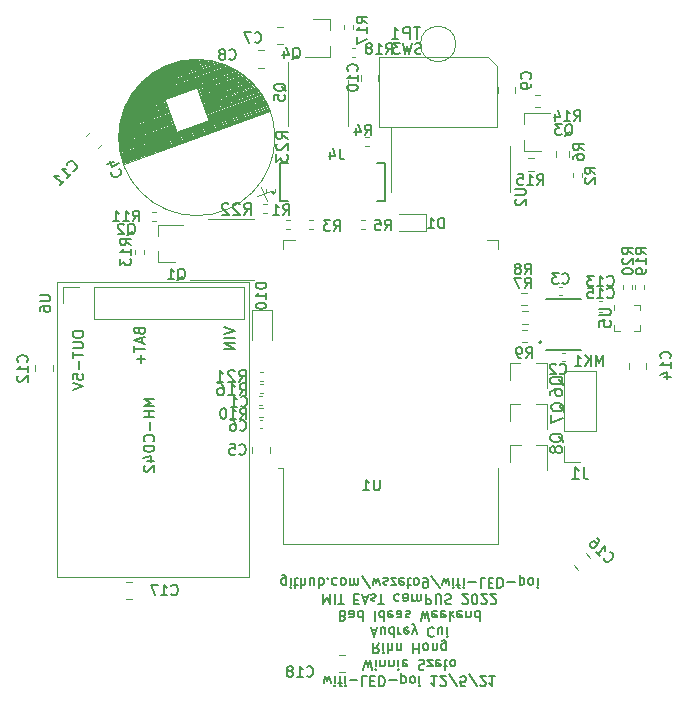
<source format=gbr>
%TF.GenerationSoftware,KiCad,Pcbnew,(5.1.10)-1*%
%TF.CreationDate,2021-12-05T21:12:05-05:00*%
%TF.ProjectId,poi_PCB,706f695f-5043-4422-9e6b-696361645f70,rev?*%
%TF.SameCoordinates,Original*%
%TF.FileFunction,Legend,Bot*%
%TF.FilePolarity,Positive*%
%FSLAX46Y46*%
G04 Gerber Fmt 4.6, Leading zero omitted, Abs format (unit mm)*
G04 Created by KiCad (PCBNEW (5.1.10)-1) date 2021-12-05 21:12:05*
%MOMM*%
%LPD*%
G01*
G04 APERTURE LIST*
%ADD10C,0.127000*%
%ADD11C,0.120000*%
%ADD12C,0.200000*%
%ADD13C,0.150000*%
G04 APERTURE END LIST*
D10*
X106031182Y-104108074D02*
X106190840Y-103549274D01*
X106350497Y-103948417D01*
X106510154Y-103549274D01*
X106669811Y-104108074D01*
X106989125Y-103549274D02*
X106989125Y-104108074D01*
X106989125Y-104387474D02*
X106949211Y-104347560D01*
X106989125Y-104307645D01*
X107029040Y-104347560D01*
X106989125Y-104387474D01*
X106989125Y-104307645D01*
X107268525Y-104108074D02*
X107587840Y-104108074D01*
X107388268Y-103549274D02*
X107388268Y-104267731D01*
X107428182Y-104347560D01*
X107508011Y-104387474D01*
X107587840Y-104387474D01*
X107867240Y-103549274D02*
X107867240Y-104108074D01*
X107867240Y-104387474D02*
X107827325Y-104347560D01*
X107867240Y-104307645D01*
X107907154Y-104347560D01*
X107867240Y-104387474D01*
X107867240Y-104307645D01*
X108266382Y-103868588D02*
X108905011Y-103868588D01*
X109703297Y-103549274D02*
X109304154Y-103549274D01*
X109304154Y-104387474D01*
X109982697Y-103988331D02*
X110262097Y-103988331D01*
X110381840Y-103549274D02*
X109982697Y-103549274D01*
X109982697Y-104387474D01*
X110381840Y-104387474D01*
X110741068Y-103549274D02*
X110741068Y-104387474D01*
X110940640Y-104387474D01*
X111060382Y-104347560D01*
X111140211Y-104267731D01*
X111180125Y-104187902D01*
X111220040Y-104028245D01*
X111220040Y-103908502D01*
X111180125Y-103748845D01*
X111140211Y-103669017D01*
X111060382Y-103589188D01*
X110940640Y-103549274D01*
X110741068Y-103549274D01*
X111579268Y-103868588D02*
X112217897Y-103868588D01*
X112617040Y-104108074D02*
X112617040Y-103269874D01*
X112617040Y-104068160D02*
X112696868Y-104108074D01*
X112856525Y-104108074D01*
X112936354Y-104068160D01*
X112976268Y-104028245D01*
X113016182Y-103948417D01*
X113016182Y-103708931D01*
X112976268Y-103629102D01*
X112936354Y-103589188D01*
X112856525Y-103549274D01*
X112696868Y-103549274D01*
X112617040Y-103589188D01*
X113495154Y-103549274D02*
X113415325Y-103589188D01*
X113375411Y-103629102D01*
X113335497Y-103708931D01*
X113335497Y-103948417D01*
X113375411Y-104028245D01*
X113415325Y-104068160D01*
X113495154Y-104108074D01*
X113614897Y-104108074D01*
X113694725Y-104068160D01*
X113734640Y-104028245D01*
X113774554Y-103948417D01*
X113774554Y-103708931D01*
X113734640Y-103629102D01*
X113694725Y-103589188D01*
X113614897Y-103549274D01*
X113495154Y-103549274D01*
X114133782Y-103549274D02*
X114133782Y-104108074D01*
X114133782Y-104387474D02*
X114093868Y-104347560D01*
X114133782Y-104307645D01*
X114173697Y-104347560D01*
X114133782Y-104387474D01*
X114133782Y-104307645D01*
X115610611Y-103549274D02*
X115131640Y-103549274D01*
X115371125Y-103549274D02*
X115371125Y-104387474D01*
X115291297Y-104267731D01*
X115211468Y-104187902D01*
X115131640Y-104147988D01*
X115929925Y-104307645D02*
X115969840Y-104347560D01*
X116049668Y-104387474D01*
X116249240Y-104387474D01*
X116329068Y-104347560D01*
X116368982Y-104307645D01*
X116408897Y-104227817D01*
X116408897Y-104147988D01*
X116368982Y-104028245D01*
X115890011Y-103549274D01*
X116408897Y-103549274D01*
X117366840Y-104427388D02*
X116648382Y-103349702D01*
X118045382Y-104387474D02*
X117646240Y-104387474D01*
X117606325Y-103988331D01*
X117646240Y-104028245D01*
X117726068Y-104068160D01*
X117925640Y-104068160D01*
X118005468Y-104028245D01*
X118045382Y-103988331D01*
X118085297Y-103908502D01*
X118085297Y-103708931D01*
X118045382Y-103629102D01*
X118005468Y-103589188D01*
X117925640Y-103549274D01*
X117726068Y-103549274D01*
X117646240Y-103589188D01*
X117606325Y-103629102D01*
X119043240Y-104427388D02*
X118324782Y-103349702D01*
X119282725Y-104307645D02*
X119322640Y-104347560D01*
X119402468Y-104387474D01*
X119602040Y-104387474D01*
X119681868Y-104347560D01*
X119721782Y-104307645D01*
X119761697Y-104227817D01*
X119761697Y-104147988D01*
X119721782Y-104028245D01*
X119242811Y-103549274D01*
X119761697Y-103549274D01*
X120559982Y-103549274D02*
X120081011Y-103549274D01*
X120320497Y-103549274D02*
X120320497Y-104387474D01*
X120240668Y-104267731D01*
X120160840Y-104187902D01*
X120081011Y-104147988D01*
X109403940Y-103003174D02*
X109603511Y-102164974D01*
X109763168Y-102763688D01*
X109922825Y-102164974D01*
X110122397Y-103003174D01*
X110441711Y-102164974D02*
X110441711Y-102723774D01*
X110441711Y-103003174D02*
X110401797Y-102963260D01*
X110441711Y-102923345D01*
X110481625Y-102963260D01*
X110441711Y-103003174D01*
X110441711Y-102923345D01*
X110840854Y-102723774D02*
X110840854Y-102164974D01*
X110840854Y-102643945D02*
X110880768Y-102683860D01*
X110960597Y-102723774D01*
X111080340Y-102723774D01*
X111160168Y-102683860D01*
X111200082Y-102604031D01*
X111200082Y-102164974D01*
X111599225Y-102723774D02*
X111599225Y-102164974D01*
X111599225Y-102643945D02*
X111639140Y-102683860D01*
X111718968Y-102723774D01*
X111838711Y-102723774D01*
X111918540Y-102683860D01*
X111958454Y-102604031D01*
X111958454Y-102164974D01*
X112357597Y-102164974D02*
X112357597Y-102723774D01*
X112357597Y-103003174D02*
X112317682Y-102963260D01*
X112357597Y-102923345D01*
X112397511Y-102963260D01*
X112357597Y-103003174D01*
X112357597Y-102923345D01*
X113076054Y-102204888D02*
X112996225Y-102164974D01*
X112836568Y-102164974D01*
X112756740Y-102204888D01*
X112716825Y-102284717D01*
X112716825Y-102604031D01*
X112756740Y-102683860D01*
X112836568Y-102723774D01*
X112996225Y-102723774D01*
X113076054Y-102683860D01*
X113115968Y-102604031D01*
X113115968Y-102524202D01*
X112716825Y-102444374D01*
X114073911Y-102204888D02*
X114193654Y-102164974D01*
X114393225Y-102164974D01*
X114473054Y-102204888D01*
X114512968Y-102244802D01*
X114552882Y-102324631D01*
X114552882Y-102404460D01*
X114512968Y-102484288D01*
X114473054Y-102524202D01*
X114393225Y-102564117D01*
X114233568Y-102604031D01*
X114153740Y-102643945D01*
X114113825Y-102683860D01*
X114073911Y-102763688D01*
X114073911Y-102843517D01*
X114113825Y-102923345D01*
X114153740Y-102963260D01*
X114233568Y-103003174D01*
X114433140Y-103003174D01*
X114552882Y-102963260D01*
X114832282Y-102723774D02*
X115271340Y-102723774D01*
X114832282Y-102164974D01*
X115271340Y-102164974D01*
X115909968Y-102204888D02*
X115830140Y-102164974D01*
X115670482Y-102164974D01*
X115590654Y-102204888D01*
X115550740Y-102284717D01*
X115550740Y-102604031D01*
X115590654Y-102683860D01*
X115670482Y-102723774D01*
X115830140Y-102723774D01*
X115909968Y-102683860D01*
X115949882Y-102604031D01*
X115949882Y-102524202D01*
X115550740Y-102444374D01*
X116189368Y-102723774D02*
X116508682Y-102723774D01*
X116309111Y-103003174D02*
X116309111Y-102284717D01*
X116349025Y-102204888D01*
X116428854Y-102164974D01*
X116508682Y-102164974D01*
X116907825Y-102164974D02*
X116827997Y-102204888D01*
X116788082Y-102244802D01*
X116748168Y-102324631D01*
X116748168Y-102564117D01*
X116788082Y-102643945D01*
X116827997Y-102683860D01*
X116907825Y-102723774D01*
X117027568Y-102723774D01*
X117107397Y-102683860D01*
X117147311Y-102643945D01*
X117187225Y-102564117D01*
X117187225Y-102324631D01*
X117147311Y-102244802D01*
X117107397Y-102204888D01*
X117027568Y-102164974D01*
X116907825Y-102164974D01*
X110721111Y-100780674D02*
X110441711Y-101179817D01*
X110242140Y-100780674D02*
X110242140Y-101618874D01*
X110561454Y-101618874D01*
X110641282Y-101578960D01*
X110681197Y-101539045D01*
X110721111Y-101459217D01*
X110721111Y-101339474D01*
X110681197Y-101259645D01*
X110641282Y-101219731D01*
X110561454Y-101179817D01*
X110242140Y-101179817D01*
X111080340Y-100780674D02*
X111080340Y-101339474D01*
X111080340Y-101618874D02*
X111040425Y-101578960D01*
X111080340Y-101539045D01*
X111120254Y-101578960D01*
X111080340Y-101618874D01*
X111080340Y-101539045D01*
X111479482Y-100780674D02*
X111479482Y-101618874D01*
X111838711Y-100780674D02*
X111838711Y-101219731D01*
X111798797Y-101299560D01*
X111718968Y-101339474D01*
X111599225Y-101339474D01*
X111519397Y-101299560D01*
X111479482Y-101259645D01*
X112237854Y-101339474D02*
X112237854Y-100780674D01*
X112237854Y-101259645D02*
X112277768Y-101299560D01*
X112357597Y-101339474D01*
X112477340Y-101339474D01*
X112557168Y-101299560D01*
X112597082Y-101219731D01*
X112597082Y-100780674D01*
X113634854Y-100780674D02*
X113634854Y-101618874D01*
X113634854Y-101219731D02*
X114113825Y-101219731D01*
X114113825Y-100780674D02*
X114113825Y-101618874D01*
X114632711Y-100780674D02*
X114552882Y-100820588D01*
X114512968Y-100860502D01*
X114473054Y-100940331D01*
X114473054Y-101179817D01*
X114512968Y-101259645D01*
X114552882Y-101299560D01*
X114632711Y-101339474D01*
X114752454Y-101339474D01*
X114832282Y-101299560D01*
X114872197Y-101259645D01*
X114912111Y-101179817D01*
X114912111Y-100940331D01*
X114872197Y-100860502D01*
X114832282Y-100820588D01*
X114752454Y-100780674D01*
X114632711Y-100780674D01*
X115271340Y-101339474D02*
X115271340Y-100780674D01*
X115271340Y-101259645D02*
X115311254Y-101299560D01*
X115391082Y-101339474D01*
X115510825Y-101339474D01*
X115590654Y-101299560D01*
X115630568Y-101219731D01*
X115630568Y-100780674D01*
X116388940Y-101339474D02*
X116388940Y-100660931D01*
X116349025Y-100581102D01*
X116309111Y-100541188D01*
X116229282Y-100501274D01*
X116109540Y-100501274D01*
X116029711Y-100541188D01*
X116388940Y-100820588D02*
X116309111Y-100780674D01*
X116149454Y-100780674D01*
X116069625Y-100820588D01*
X116029711Y-100860502D01*
X115989797Y-100940331D01*
X115989797Y-101179817D01*
X116029711Y-101259645D01*
X116069625Y-101299560D01*
X116149454Y-101339474D01*
X116309111Y-101339474D01*
X116388940Y-101299560D01*
X110102440Y-99635860D02*
X110501582Y-99635860D01*
X110022611Y-99396374D02*
X110302011Y-100234574D01*
X110581411Y-99396374D01*
X111220040Y-99955174D02*
X111220040Y-99396374D01*
X110860811Y-99955174D02*
X110860811Y-99516117D01*
X110900725Y-99436288D01*
X110980554Y-99396374D01*
X111100297Y-99396374D01*
X111180125Y-99436288D01*
X111220040Y-99476202D01*
X111978411Y-99396374D02*
X111978411Y-100234574D01*
X111978411Y-99436288D02*
X111898582Y-99396374D01*
X111738925Y-99396374D01*
X111659097Y-99436288D01*
X111619182Y-99476202D01*
X111579268Y-99556031D01*
X111579268Y-99795517D01*
X111619182Y-99875345D01*
X111659097Y-99915260D01*
X111738925Y-99955174D01*
X111898582Y-99955174D01*
X111978411Y-99915260D01*
X112377554Y-99396374D02*
X112377554Y-99955174D01*
X112377554Y-99795517D02*
X112417468Y-99875345D01*
X112457382Y-99915260D01*
X112537211Y-99955174D01*
X112617040Y-99955174D01*
X113215754Y-99436288D02*
X113135925Y-99396374D01*
X112976268Y-99396374D01*
X112896440Y-99436288D01*
X112856525Y-99516117D01*
X112856525Y-99835431D01*
X112896440Y-99915260D01*
X112976268Y-99955174D01*
X113135925Y-99955174D01*
X113215754Y-99915260D01*
X113255668Y-99835431D01*
X113255668Y-99755602D01*
X112856525Y-99675774D01*
X113535068Y-99955174D02*
X113734640Y-99396374D01*
X113934211Y-99955174D02*
X113734640Y-99396374D01*
X113654811Y-99196802D01*
X113614897Y-99156888D01*
X113535068Y-99116974D01*
X115371125Y-99476202D02*
X115331211Y-99436288D01*
X115211468Y-99396374D01*
X115131640Y-99396374D01*
X115011897Y-99436288D01*
X114932068Y-99516117D01*
X114892154Y-99595945D01*
X114852240Y-99755602D01*
X114852240Y-99875345D01*
X114892154Y-100035002D01*
X114932068Y-100114831D01*
X115011897Y-100194660D01*
X115131640Y-100234574D01*
X115211468Y-100234574D01*
X115331211Y-100194660D01*
X115371125Y-100154745D01*
X116089582Y-99955174D02*
X116089582Y-99396374D01*
X115730354Y-99955174D02*
X115730354Y-99516117D01*
X115770268Y-99436288D01*
X115850097Y-99396374D01*
X115969840Y-99396374D01*
X116049668Y-99436288D01*
X116089582Y-99476202D01*
X116488725Y-99396374D02*
X116488725Y-99955174D01*
X116488725Y-100234574D02*
X116448811Y-100194660D01*
X116488725Y-100154745D01*
X116528640Y-100194660D01*
X116488725Y-100234574D01*
X116488725Y-100154745D01*
X107667668Y-98451131D02*
X107787411Y-98411217D01*
X107827325Y-98371302D01*
X107867240Y-98291474D01*
X107867240Y-98171731D01*
X107827325Y-98091902D01*
X107787411Y-98051988D01*
X107707582Y-98012074D01*
X107388268Y-98012074D01*
X107388268Y-98850274D01*
X107667668Y-98850274D01*
X107747497Y-98810360D01*
X107787411Y-98770445D01*
X107827325Y-98690617D01*
X107827325Y-98610788D01*
X107787411Y-98530960D01*
X107747497Y-98491045D01*
X107667668Y-98451131D01*
X107388268Y-98451131D01*
X108585697Y-98012074D02*
X108585697Y-98451131D01*
X108545782Y-98530960D01*
X108465954Y-98570874D01*
X108306297Y-98570874D01*
X108226468Y-98530960D01*
X108585697Y-98051988D02*
X108505868Y-98012074D01*
X108306297Y-98012074D01*
X108226468Y-98051988D01*
X108186554Y-98131817D01*
X108186554Y-98211645D01*
X108226468Y-98291474D01*
X108306297Y-98331388D01*
X108505868Y-98331388D01*
X108585697Y-98371302D01*
X109344068Y-98012074D02*
X109344068Y-98850274D01*
X109344068Y-98051988D02*
X109264240Y-98012074D01*
X109104582Y-98012074D01*
X109024754Y-98051988D01*
X108984840Y-98091902D01*
X108944925Y-98171731D01*
X108944925Y-98411217D01*
X108984840Y-98491045D01*
X109024754Y-98530960D01*
X109104582Y-98570874D01*
X109264240Y-98570874D01*
X109344068Y-98530960D01*
X110381840Y-98012074D02*
X110381840Y-98850274D01*
X111140211Y-98012074D02*
X111140211Y-98850274D01*
X111140211Y-98051988D02*
X111060382Y-98012074D01*
X110900725Y-98012074D01*
X110820897Y-98051988D01*
X110780982Y-98091902D01*
X110741068Y-98171731D01*
X110741068Y-98411217D01*
X110780982Y-98491045D01*
X110820897Y-98530960D01*
X110900725Y-98570874D01*
X111060382Y-98570874D01*
X111140211Y-98530960D01*
X111858668Y-98051988D02*
X111778840Y-98012074D01*
X111619182Y-98012074D01*
X111539354Y-98051988D01*
X111499440Y-98131817D01*
X111499440Y-98451131D01*
X111539354Y-98530960D01*
X111619182Y-98570874D01*
X111778840Y-98570874D01*
X111858668Y-98530960D01*
X111898582Y-98451131D01*
X111898582Y-98371302D01*
X111499440Y-98291474D01*
X112617040Y-98012074D02*
X112617040Y-98451131D01*
X112577125Y-98530960D01*
X112497297Y-98570874D01*
X112337640Y-98570874D01*
X112257811Y-98530960D01*
X112617040Y-98051988D02*
X112537211Y-98012074D01*
X112337640Y-98012074D01*
X112257811Y-98051988D01*
X112217897Y-98131817D01*
X112217897Y-98211645D01*
X112257811Y-98291474D01*
X112337640Y-98331388D01*
X112537211Y-98331388D01*
X112617040Y-98371302D01*
X112976268Y-98051988D02*
X113056097Y-98012074D01*
X113215754Y-98012074D01*
X113295582Y-98051988D01*
X113335497Y-98131817D01*
X113335497Y-98171731D01*
X113295582Y-98251560D01*
X113215754Y-98291474D01*
X113096011Y-98291474D01*
X113016182Y-98331388D01*
X112976268Y-98411217D01*
X112976268Y-98451131D01*
X113016182Y-98530960D01*
X113096011Y-98570874D01*
X113215754Y-98570874D01*
X113295582Y-98530960D01*
X114253525Y-98850274D02*
X114453097Y-98012074D01*
X114612754Y-98610788D01*
X114772411Y-98012074D01*
X114971982Y-98850274D01*
X115610611Y-98051988D02*
X115530782Y-98012074D01*
X115371125Y-98012074D01*
X115291297Y-98051988D01*
X115251382Y-98131817D01*
X115251382Y-98451131D01*
X115291297Y-98530960D01*
X115371125Y-98570874D01*
X115530782Y-98570874D01*
X115610611Y-98530960D01*
X115650525Y-98451131D01*
X115650525Y-98371302D01*
X115251382Y-98291474D01*
X116329068Y-98051988D02*
X116249239Y-98012074D01*
X116089582Y-98012074D01*
X116009754Y-98051988D01*
X115969839Y-98131817D01*
X115969839Y-98451131D01*
X116009754Y-98530960D01*
X116089582Y-98570874D01*
X116249239Y-98570874D01*
X116329068Y-98530960D01*
X116368982Y-98451131D01*
X116368982Y-98371302D01*
X115969839Y-98291474D01*
X116728211Y-98012074D02*
X116728211Y-98850274D01*
X116808039Y-98331388D02*
X117047525Y-98012074D01*
X117047525Y-98570874D02*
X116728211Y-98251560D01*
X117726068Y-98051988D02*
X117646239Y-98012074D01*
X117486582Y-98012074D01*
X117406754Y-98051988D01*
X117366839Y-98131817D01*
X117366839Y-98451131D01*
X117406754Y-98530960D01*
X117486582Y-98570874D01*
X117646239Y-98570874D01*
X117726068Y-98530960D01*
X117765982Y-98451131D01*
X117765982Y-98371302D01*
X117366839Y-98291474D01*
X118125211Y-98570874D02*
X118125211Y-98012074D01*
X118125211Y-98491045D02*
X118165125Y-98530960D01*
X118244954Y-98570874D01*
X118364697Y-98570874D01*
X118444525Y-98530960D01*
X118484439Y-98451131D01*
X118484439Y-98012074D01*
X119242811Y-98012074D02*
X119242811Y-98850274D01*
X119242811Y-98051988D02*
X119162982Y-98012074D01*
X119003325Y-98012074D01*
X118923497Y-98051988D01*
X118883582Y-98091902D01*
X118843668Y-98171731D01*
X118843668Y-98411217D01*
X118883582Y-98491045D01*
X118923497Y-98530960D01*
X119003325Y-98570874D01*
X119162982Y-98570874D01*
X119242811Y-98530960D01*
X106011225Y-96627774D02*
X106011225Y-97465974D01*
X106290625Y-96867260D01*
X106570025Y-97465974D01*
X106570025Y-96627774D01*
X106969168Y-96627774D02*
X106969168Y-97465974D01*
X107248568Y-97465974D02*
X107727540Y-97465974D01*
X107488054Y-96627774D02*
X107488054Y-97465974D01*
X108645568Y-97066831D02*
X108924968Y-97066831D01*
X109044711Y-96627774D02*
X108645568Y-96627774D01*
X108645568Y-97465974D01*
X109044711Y-97465974D01*
X109364025Y-96867260D02*
X109763168Y-96867260D01*
X109284197Y-96627774D02*
X109563597Y-97465974D01*
X109842997Y-96627774D01*
X110082482Y-96667688D02*
X110162311Y-96627774D01*
X110321968Y-96627774D01*
X110401797Y-96667688D01*
X110441711Y-96747517D01*
X110441711Y-96787431D01*
X110401797Y-96867260D01*
X110321968Y-96907174D01*
X110202225Y-96907174D01*
X110122397Y-96947088D01*
X110082482Y-97026917D01*
X110082482Y-97066831D01*
X110122397Y-97146660D01*
X110202225Y-97186574D01*
X110321968Y-97186574D01*
X110401797Y-97146660D01*
X110681197Y-97465974D02*
X111160168Y-97465974D01*
X110920682Y-96627774D02*
X110920682Y-97465974D01*
X112437425Y-96667688D02*
X112357597Y-96627774D01*
X112197940Y-96627774D01*
X112118111Y-96667688D01*
X112078197Y-96707602D01*
X112038282Y-96787431D01*
X112038282Y-97026917D01*
X112078197Y-97106745D01*
X112118111Y-97146660D01*
X112197940Y-97186574D01*
X112357597Y-97186574D01*
X112437425Y-97146660D01*
X113155882Y-96627774D02*
X113155882Y-97066831D01*
X113115968Y-97146660D01*
X113036140Y-97186574D01*
X112876482Y-97186574D01*
X112796654Y-97146660D01*
X113155882Y-96667688D02*
X113076054Y-96627774D01*
X112876482Y-96627774D01*
X112796654Y-96667688D01*
X112756740Y-96747517D01*
X112756740Y-96827345D01*
X112796654Y-96907174D01*
X112876482Y-96947088D01*
X113076054Y-96947088D01*
X113155882Y-96987002D01*
X113555025Y-96627774D02*
X113555025Y-97186574D01*
X113555025Y-97106745D02*
X113594940Y-97146660D01*
X113674768Y-97186574D01*
X113794511Y-97186574D01*
X113874340Y-97146660D01*
X113914254Y-97066831D01*
X113914254Y-96627774D01*
X113914254Y-97066831D02*
X113954168Y-97146660D01*
X114033997Y-97186574D01*
X114153740Y-97186574D01*
X114233568Y-97146660D01*
X114273482Y-97066831D01*
X114273482Y-96627774D01*
X114672625Y-96627774D02*
X114672625Y-97465974D01*
X114991940Y-97465974D01*
X115071768Y-97426060D01*
X115111682Y-97386145D01*
X115151597Y-97306317D01*
X115151597Y-97186574D01*
X115111682Y-97106745D01*
X115071768Y-97066831D01*
X114991940Y-97026917D01*
X114672625Y-97026917D01*
X115510825Y-97465974D02*
X115510825Y-96787431D01*
X115550740Y-96707602D01*
X115590654Y-96667688D01*
X115670482Y-96627774D01*
X115830140Y-96627774D01*
X115909968Y-96667688D01*
X115949882Y-96707602D01*
X115989797Y-96787431D01*
X115989797Y-97465974D01*
X116349025Y-96667688D02*
X116468768Y-96627774D01*
X116668340Y-96627774D01*
X116748168Y-96667688D01*
X116788082Y-96707602D01*
X116827997Y-96787431D01*
X116827997Y-96867260D01*
X116788082Y-96947088D01*
X116748168Y-96987002D01*
X116668340Y-97026917D01*
X116508682Y-97066831D01*
X116428854Y-97106745D01*
X116388940Y-97146660D01*
X116349025Y-97226488D01*
X116349025Y-97306317D01*
X116388940Y-97386145D01*
X116428854Y-97426060D01*
X116508682Y-97465974D01*
X116708254Y-97465974D01*
X116827997Y-97426060D01*
X117785940Y-97386145D02*
X117825854Y-97426060D01*
X117905682Y-97465974D01*
X118105254Y-97465974D01*
X118185082Y-97426060D01*
X118224997Y-97386145D01*
X118264911Y-97306317D01*
X118264911Y-97226488D01*
X118224997Y-97106745D01*
X117746025Y-96627774D01*
X118264911Y-96627774D01*
X118783797Y-97465974D02*
X118863625Y-97465974D01*
X118943454Y-97426060D01*
X118983368Y-97386145D01*
X119023282Y-97306317D01*
X119063197Y-97146660D01*
X119063197Y-96947088D01*
X119023282Y-96787431D01*
X118983368Y-96707602D01*
X118943454Y-96667688D01*
X118863625Y-96627774D01*
X118783797Y-96627774D01*
X118703968Y-96667688D01*
X118664054Y-96707602D01*
X118624140Y-96787431D01*
X118584225Y-96947088D01*
X118584225Y-97146660D01*
X118624140Y-97306317D01*
X118664054Y-97386145D01*
X118703968Y-97426060D01*
X118783797Y-97465974D01*
X119382511Y-97386145D02*
X119422425Y-97426060D01*
X119502254Y-97465974D01*
X119701825Y-97465974D01*
X119781654Y-97426060D01*
X119821568Y-97386145D01*
X119861482Y-97306317D01*
X119861482Y-97226488D01*
X119821568Y-97106745D01*
X119342597Y-96627774D01*
X119861482Y-96627774D01*
X120180797Y-97386145D02*
X120220711Y-97426060D01*
X120300540Y-97465974D01*
X120500111Y-97465974D01*
X120579940Y-97426060D01*
X120619854Y-97386145D01*
X120659768Y-97306317D01*
X120659768Y-97226488D01*
X120619854Y-97106745D01*
X120140882Y-96627774D01*
X120659768Y-96627774D01*
X102838040Y-95802274D02*
X102838040Y-95123731D01*
X102798125Y-95043902D01*
X102758211Y-95003988D01*
X102678382Y-94964074D01*
X102558640Y-94964074D01*
X102478811Y-95003988D01*
X102838040Y-95283388D02*
X102758211Y-95243474D01*
X102598554Y-95243474D01*
X102518725Y-95283388D01*
X102478811Y-95323302D01*
X102438897Y-95403131D01*
X102438897Y-95642617D01*
X102478811Y-95722445D01*
X102518725Y-95762360D01*
X102598554Y-95802274D01*
X102758211Y-95802274D01*
X102838040Y-95762360D01*
X103237182Y-95243474D02*
X103237182Y-95802274D01*
X103237182Y-96081674D02*
X103197268Y-96041760D01*
X103237182Y-96001845D01*
X103277097Y-96041760D01*
X103237182Y-96081674D01*
X103237182Y-96001845D01*
X103516582Y-95802274D02*
X103835897Y-95802274D01*
X103636325Y-96081674D02*
X103636325Y-95363217D01*
X103676240Y-95283388D01*
X103756068Y-95243474D01*
X103835897Y-95243474D01*
X104115297Y-95243474D02*
X104115297Y-96081674D01*
X104474525Y-95243474D02*
X104474525Y-95682531D01*
X104434611Y-95762360D01*
X104354782Y-95802274D01*
X104235040Y-95802274D01*
X104155211Y-95762360D01*
X104115297Y-95722445D01*
X105232897Y-95802274D02*
X105232897Y-95243474D01*
X104873668Y-95802274D02*
X104873668Y-95363217D01*
X104913582Y-95283388D01*
X104993411Y-95243474D01*
X105113154Y-95243474D01*
X105192982Y-95283388D01*
X105232897Y-95323302D01*
X105632040Y-95243474D02*
X105632040Y-96081674D01*
X105632040Y-95762360D02*
X105711868Y-95802274D01*
X105871525Y-95802274D01*
X105951354Y-95762360D01*
X105991268Y-95722445D01*
X106031182Y-95642617D01*
X106031182Y-95403131D01*
X105991268Y-95323302D01*
X105951354Y-95283388D01*
X105871525Y-95243474D01*
X105711868Y-95243474D01*
X105632040Y-95283388D01*
X106390411Y-95323302D02*
X106430325Y-95283388D01*
X106390411Y-95243474D01*
X106350497Y-95283388D01*
X106390411Y-95323302D01*
X106390411Y-95243474D01*
X107148782Y-95283388D02*
X107068954Y-95243474D01*
X106909297Y-95243474D01*
X106829468Y-95283388D01*
X106789554Y-95323302D01*
X106749640Y-95403131D01*
X106749640Y-95642617D01*
X106789554Y-95722445D01*
X106829468Y-95762360D01*
X106909297Y-95802274D01*
X107068954Y-95802274D01*
X107148782Y-95762360D01*
X107627754Y-95243474D02*
X107547925Y-95283388D01*
X107508011Y-95323302D01*
X107468097Y-95403131D01*
X107468097Y-95642617D01*
X107508011Y-95722445D01*
X107547925Y-95762360D01*
X107627754Y-95802274D01*
X107747497Y-95802274D01*
X107827325Y-95762360D01*
X107867240Y-95722445D01*
X107907154Y-95642617D01*
X107907154Y-95403131D01*
X107867240Y-95323302D01*
X107827325Y-95283388D01*
X107747497Y-95243474D01*
X107627754Y-95243474D01*
X108266382Y-95243474D02*
X108266382Y-95802274D01*
X108266382Y-95722445D02*
X108306297Y-95762360D01*
X108386125Y-95802274D01*
X108505868Y-95802274D01*
X108585697Y-95762360D01*
X108625611Y-95682531D01*
X108625611Y-95243474D01*
X108625611Y-95682531D02*
X108665525Y-95762360D01*
X108745354Y-95802274D01*
X108865097Y-95802274D01*
X108944925Y-95762360D01*
X108984840Y-95682531D01*
X108984840Y-95243474D01*
X109982697Y-96121588D02*
X109264240Y-95043902D01*
X110182268Y-95802274D02*
X110341925Y-95243474D01*
X110501582Y-95642617D01*
X110661240Y-95243474D01*
X110820897Y-95802274D01*
X111100297Y-95283388D02*
X111180125Y-95243474D01*
X111339782Y-95243474D01*
X111419611Y-95283388D01*
X111459525Y-95363217D01*
X111459525Y-95403131D01*
X111419611Y-95482960D01*
X111339782Y-95522874D01*
X111220040Y-95522874D01*
X111140211Y-95562788D01*
X111100297Y-95642617D01*
X111100297Y-95682531D01*
X111140211Y-95762360D01*
X111220040Y-95802274D01*
X111339782Y-95802274D01*
X111419611Y-95762360D01*
X111738925Y-95802274D02*
X112177982Y-95802274D01*
X111738925Y-95243474D01*
X112177982Y-95243474D01*
X112816611Y-95283388D02*
X112736782Y-95243474D01*
X112577125Y-95243474D01*
X112497297Y-95283388D01*
X112457382Y-95363217D01*
X112457382Y-95682531D01*
X112497297Y-95762360D01*
X112577125Y-95802274D01*
X112736782Y-95802274D01*
X112816611Y-95762360D01*
X112856525Y-95682531D01*
X112856525Y-95602702D01*
X112457382Y-95522874D01*
X113096011Y-95802274D02*
X113415325Y-95802274D01*
X113215754Y-96081674D02*
X113215754Y-95363217D01*
X113255668Y-95283388D01*
X113335497Y-95243474D01*
X113415325Y-95243474D01*
X113814468Y-95243474D02*
X113734640Y-95283388D01*
X113694725Y-95323302D01*
X113654811Y-95403131D01*
X113654811Y-95642617D01*
X113694725Y-95722445D01*
X113734640Y-95762360D01*
X113814468Y-95802274D01*
X113934211Y-95802274D01*
X114014040Y-95762360D01*
X114053954Y-95722445D01*
X114093868Y-95642617D01*
X114093868Y-95403131D01*
X114053954Y-95323302D01*
X114014040Y-95283388D01*
X113934211Y-95243474D01*
X113814468Y-95243474D01*
X114493011Y-95243474D02*
X114652668Y-95243474D01*
X114732497Y-95283388D01*
X114772411Y-95323302D01*
X114852240Y-95443045D01*
X114892154Y-95602702D01*
X114892154Y-95922017D01*
X114852240Y-96001845D01*
X114812325Y-96041760D01*
X114732497Y-96081674D01*
X114572840Y-96081674D01*
X114493011Y-96041760D01*
X114453097Y-96001845D01*
X114413182Y-95922017D01*
X114413182Y-95722445D01*
X114453097Y-95642617D01*
X114493011Y-95602702D01*
X114572840Y-95562788D01*
X114732497Y-95562788D01*
X114812325Y-95602702D01*
X114852240Y-95642617D01*
X114892154Y-95722445D01*
X115850097Y-96121588D02*
X115131640Y-95043902D01*
X116049668Y-95802274D02*
X116209325Y-95243474D01*
X116368982Y-95642617D01*
X116528640Y-95243474D01*
X116688297Y-95802274D01*
X117007611Y-95243474D02*
X117007611Y-95802274D01*
X117007611Y-96081674D02*
X116967697Y-96041760D01*
X117007611Y-96001845D01*
X117047525Y-96041760D01*
X117007611Y-96081674D01*
X117007611Y-96001845D01*
X117287011Y-95802274D02*
X117606325Y-95802274D01*
X117406754Y-95243474D02*
X117406754Y-95961931D01*
X117446668Y-96041760D01*
X117526497Y-96081674D01*
X117606325Y-96081674D01*
X117885725Y-95243474D02*
X117885725Y-95802274D01*
X117885725Y-96081674D02*
X117845811Y-96041760D01*
X117885725Y-96001845D01*
X117925640Y-96041760D01*
X117885725Y-96081674D01*
X117885725Y-96001845D01*
X118284868Y-95562788D02*
X118923497Y-95562788D01*
X119721782Y-95243474D02*
X119322640Y-95243474D01*
X119322640Y-96081674D01*
X120001182Y-95682531D02*
X120280582Y-95682531D01*
X120400325Y-95243474D02*
X120001182Y-95243474D01*
X120001182Y-96081674D01*
X120400325Y-96081674D01*
X120759554Y-95243474D02*
X120759554Y-96081674D01*
X120959125Y-96081674D01*
X121078868Y-96041760D01*
X121158697Y-95961931D01*
X121198611Y-95882102D01*
X121238525Y-95722445D01*
X121238525Y-95602702D01*
X121198611Y-95443045D01*
X121158697Y-95363217D01*
X121078868Y-95283388D01*
X120959125Y-95243474D01*
X120759554Y-95243474D01*
X121597754Y-95562788D02*
X122236382Y-95562788D01*
X122635525Y-95802274D02*
X122635525Y-94964074D01*
X122635525Y-95762360D02*
X122715354Y-95802274D01*
X122875011Y-95802274D01*
X122954840Y-95762360D01*
X122994754Y-95722445D01*
X123034668Y-95642617D01*
X123034668Y-95403131D01*
X122994754Y-95323302D01*
X122954840Y-95283388D01*
X122875011Y-95243474D01*
X122715354Y-95243474D01*
X122635525Y-95283388D01*
X123513640Y-95243474D02*
X123433811Y-95283388D01*
X123393897Y-95323302D01*
X123353982Y-95403131D01*
X123353982Y-95642617D01*
X123393897Y-95722445D01*
X123433811Y-95762360D01*
X123513640Y-95802274D01*
X123633382Y-95802274D01*
X123713211Y-95762360D01*
X123753125Y-95722445D01*
X123793040Y-95642617D01*
X123793040Y-95403131D01*
X123753125Y-95323302D01*
X123713211Y-95283388D01*
X123633382Y-95243474D01*
X123513640Y-95243474D01*
X124152268Y-95243474D02*
X124152268Y-95802274D01*
X124152268Y-96081674D02*
X124112354Y-96041760D01*
X124152268Y-96001845D01*
X124192182Y-96041760D01*
X124152268Y-96081674D01*
X124152268Y-96001845D01*
D11*
%TO.C,Q8*%
X121793940Y-83945740D02*
X121793940Y-85405740D01*
X124953940Y-83945740D02*
X124953940Y-86105740D01*
X124953940Y-83945740D02*
X124023940Y-83945740D01*
X121793940Y-83945740D02*
X122723940Y-83945740D01*
%TO.C,Q7*%
X121776160Y-80493880D02*
X121776160Y-81953880D01*
X124936160Y-80493880D02*
X124936160Y-82653880D01*
X124936160Y-80493880D02*
X124006160Y-80493880D01*
X121776160Y-80493880D02*
X122706160Y-80493880D01*
%TO.C,Q6*%
X121776160Y-77029320D02*
X121776160Y-78489320D01*
X124936160Y-77029320D02*
X124936160Y-79189320D01*
X124936160Y-77029320D02*
X124006160Y-77029320D01*
X121776160Y-77029320D02*
X122706160Y-77029320D01*
%TO.C,J1*%
X126405120Y-85433760D02*
X127735120Y-85433760D01*
X126405120Y-84103760D02*
X126405120Y-85433760D01*
X126405120Y-82833760D02*
X129065120Y-82833760D01*
X129065120Y-82833760D02*
X129065120Y-77693760D01*
X126405120Y-82833760D02*
X126405120Y-77693760D01*
X126405120Y-77693760D02*
X129065120Y-77693760D01*
%TO.C,U5*%
X130655940Y-72091920D02*
X130655940Y-72091920D01*
X130655940Y-72591920D02*
X130655940Y-72091920D01*
X132355940Y-72091920D02*
X132355940Y-72091920D01*
X132855940Y-72091920D02*
X132355940Y-72091920D01*
X132855940Y-72591920D02*
X132855940Y-72091920D01*
X132855940Y-73791920D02*
X132855940Y-73791920D01*
X132855940Y-74291920D02*
X132855940Y-73791920D01*
X132355940Y-74291920D02*
X132855940Y-74291920D01*
X131155940Y-74291920D02*
X131155940Y-74291920D01*
X130655940Y-74291920D02*
X131155940Y-74291920D01*
X130655940Y-73791920D02*
X130655940Y-74291920D01*
D12*
%TO.C,J4*%
X103036000Y-63294000D02*
X102316000Y-63294000D01*
X102316000Y-63294000D02*
X102316000Y-60134000D01*
X102316000Y-60134000D02*
X103036000Y-60134000D01*
X110536000Y-63294000D02*
X111256000Y-63294000D01*
X111256000Y-63294000D02*
X111256000Y-60134000D01*
X111256000Y-60134000D02*
X110536000Y-60134000D01*
X101886000Y-62614000D02*
G75*
G03*
X101886000Y-62614000I-100000J0D01*
G01*
D11*
%TO.C,U1*%
X102590000Y-85944000D02*
X102210000Y-85944000D01*
X102590000Y-92364000D02*
X102590000Y-85944000D01*
X120830000Y-92364000D02*
X120830000Y-85944000D01*
X102590000Y-92364000D02*
X120830000Y-92364000D01*
X120830000Y-66619000D02*
X119830000Y-66619000D01*
X120830000Y-67399000D02*
X120830000Y-66619000D01*
X102590000Y-66619000D02*
X103590000Y-66619000D01*
X102590000Y-67399000D02*
X102590000Y-66619000D01*
%TO.C,R23*%
X101147400Y-62579041D02*
X101147400Y-62271759D01*
X101907400Y-62579041D02*
X101907400Y-62271759D01*
%TO.C,R22*%
X100918559Y-63546000D02*
X101225841Y-63546000D01*
X100918559Y-64306000D02*
X101225841Y-64306000D01*
%TO.C,R21*%
X100919041Y-78555400D02*
X100611759Y-78555400D01*
X100919041Y-77795400D02*
X100611759Y-77795400D01*
%TO.C,R16*%
X100626960Y-78824399D02*
X100934242Y-78824399D01*
X100626960Y-79584399D02*
X100934242Y-79584399D01*
%TO.C,TP1*%
X117226000Y-50032200D02*
G75*
G03*
X117226000Y-50032200I-1500000J0D01*
G01*
%TO.C,SW3*%
X120759500Y-57093500D02*
X120759500Y-51893500D01*
X110759500Y-57093500D02*
X120759500Y-57093500D01*
X110759500Y-51093500D02*
X110759500Y-57093500D01*
X119959500Y-51093500D02*
X110759500Y-51093500D01*
X120759500Y-51893500D02*
X119959500Y-51093500D01*
D12*
%TO.C,MK1*%
X124468600Y-75281200D02*
G75*
G03*
X124468600Y-75281200I-100000J0D01*
G01*
D10*
X124868600Y-71661200D02*
X127868600Y-71661200D01*
X127868600Y-75901200D02*
X124868600Y-75901200D01*
D11*
%TO.C,Q4*%
X106596000Y-47934000D02*
X105136000Y-47934000D01*
X106596000Y-51094000D02*
X104436000Y-51094000D01*
X106596000Y-51094000D02*
X106596000Y-50164000D01*
X106596000Y-47934000D02*
X106596000Y-48864000D01*
%TO.C,Q2*%
X91979000Y-68503200D02*
X93439000Y-68503200D01*
X91979000Y-65343200D02*
X94139000Y-65343200D01*
X91979000Y-65343200D02*
X91979000Y-66273200D01*
X91979000Y-68503200D02*
X91979000Y-67573200D01*
%TO.C,R20*%
X131348000Y-70472339D02*
X131348000Y-70779621D01*
X132108000Y-70472339D02*
X132108000Y-70779621D01*
%TO.C,R19*%
X132427500Y-70454559D02*
X132427500Y-70761841D01*
X133187500Y-70454559D02*
X133187500Y-70761841D01*
%TO.C,C15*%
X129600636Y-72735400D02*
X129384964Y-72735400D01*
X129600636Y-73455400D02*
X129384964Y-73455400D01*
%TO.C,C13*%
X129600636Y-71770200D02*
X129384964Y-71770200D01*
X129600636Y-72490200D02*
X129384964Y-72490200D01*
%TO.C,R18*%
X108716841Y-51098000D02*
X108409559Y-51098000D01*
X108716841Y-50338000D02*
X108409559Y-50338000D01*
%TO.C,R17*%
X108486000Y-48456159D02*
X108486000Y-48763441D01*
X107726000Y-48456159D02*
X107726000Y-48763441D01*
%TO.C,R13*%
X90858400Y-67506159D02*
X90858400Y-67813441D01*
X90098400Y-67506159D02*
X90098400Y-67813441D01*
%TO.C,R11*%
X91543959Y-64257200D02*
X91851241Y-64257200D01*
X91543959Y-65017200D02*
X91851241Y-65017200D01*
%TO.C,D10*%
X99936000Y-72514000D02*
X101636000Y-72514000D01*
X101636000Y-72514000D02*
X101636000Y-75064000D01*
X99936000Y-72514000D02*
X99936000Y-75064000D01*
%TO.C,Q5*%
X108126000Y-55014000D02*
X108126000Y-56964000D01*
X108126000Y-55014000D02*
X108126000Y-53064000D01*
X103006000Y-55014000D02*
X103006000Y-56964000D01*
X103006000Y-55014000D02*
X103006000Y-51564000D01*
%TO.C,Q1*%
X98200000Y-64871200D02*
X100150000Y-64871200D01*
X98200000Y-64871200D02*
X96250000Y-64871200D01*
X98200000Y-69991200D02*
X100150000Y-69991200D01*
X98200000Y-69991200D02*
X94750000Y-69991200D01*
%TO.C,C4*%
X101598361Y-62497631D02*
X100376761Y-62942257D01*
X101209874Y-63330744D02*
X100765248Y-62109143D01*
X93484530Y-51578661D02*
X92591822Y-51903580D01*
X93850595Y-51487991D02*
X92253118Y-52069425D01*
X94105777Y-51437680D02*
X92025298Y-52194912D01*
X94314914Y-51404127D02*
X91843522Y-52303640D01*
X94496800Y-51380493D02*
X91688998Y-52402449D01*
X94659892Y-51363700D02*
X91553268Y-52494418D01*
X94809828Y-51351694D02*
X91430693Y-52581599D01*
X94948488Y-51343793D02*
X91319395Y-52664675D01*
X95078690Y-51338971D02*
X91216554Y-52744673D01*
X95201376Y-51336884D02*
X91121230Y-52821936D01*
X95318423Y-51336850D02*
X91031545Y-52897145D01*
X95429831Y-51338867D02*
X90947498Y-52970303D01*
X95536542Y-51342595D02*
X90868149Y-53041751D01*
X95639493Y-51347691D02*
X90792559Y-53111831D01*
X95738686Y-51354155D02*
X90720728Y-53180542D01*
X95835060Y-51361644D02*
X90651716Y-53248228D01*
X95927675Y-51370502D02*
X90586462Y-53314545D01*
X96017471Y-51380387D02*
X90524028Y-53379836D01*
X96105387Y-51390955D02*
X90463473Y-53444444D01*
X96190485Y-51402549D02*
X90405737Y-53508025D01*
X96273703Y-51414827D02*
X90349881Y-53570922D01*
X96354102Y-51428131D02*
X90296843Y-53632793D01*
X96433561Y-51441778D02*
X90244746Y-53694322D01*
X96511141Y-51456108D02*
X90194527Y-53755167D01*
X96586842Y-51471122D02*
X90146188Y-53815328D01*
X96660663Y-51486821D02*
X90099729Y-53874805D01*
X96733544Y-51502861D02*
X90054209Y-53933940D01*
X96804546Y-51519586D02*
X90010569Y-53992391D01*
X96874609Y-51536652D02*
X89967868Y-54050500D01*
X96942792Y-51554403D02*
X89927046Y-54107925D01*
X97010035Y-51572495D02*
X89887165Y-54165008D01*
X97076338Y-51590930D02*
X89848223Y-54221749D01*
X97140763Y-51610048D02*
X89811160Y-54277806D01*
X97205187Y-51629167D02*
X89774098Y-54333862D01*
X97267732Y-51648970D02*
X89738914Y-54389235D01*
X97329337Y-51669114D02*
X89704671Y-54444266D01*
X97390942Y-51689259D02*
X89670427Y-54499297D01*
X97450668Y-51710088D02*
X89638063Y-54553643D01*
X97509454Y-51731259D02*
X89606639Y-54607648D01*
X97568240Y-51752429D02*
X89575214Y-54661653D01*
X97625146Y-51774284D02*
X89545669Y-54714973D01*
X97682053Y-51796139D02*
X89516124Y-54768294D01*
X97738020Y-51818336D02*
X89487519Y-54821272D01*
X97793047Y-51840874D02*
X89459853Y-54873909D01*
X97847135Y-51863755D02*
X89433127Y-54926204D01*
X97900283Y-51886978D02*
X89407341Y-54978156D01*
X97953431Y-51910201D02*
X89381555Y-55030109D01*
X98005639Y-51933766D02*
X89356708Y-55081719D01*
X98057847Y-51957331D02*
X89331862Y-55133330D01*
X98108176Y-51981580D02*
X89308894Y-55184256D01*
X98158505Y-52005829D02*
X89285927Y-55235183D01*
X98208834Y-52030078D02*
X89262960Y-55286109D01*
X98257283Y-52055010D02*
X89241872Y-55336352D01*
X98305733Y-52079943D02*
X89220784Y-55386594D01*
X98354182Y-52104876D02*
X89199696Y-55436837D01*
X98401692Y-52130151D02*
X89179548Y-55486737D01*
X98448262Y-52155768D02*
X89160340Y-55536295D01*
X98494832Y-52181385D02*
X89141131Y-55585854D01*
X98540462Y-52207344D02*
X89122863Y-55635070D01*
X98585153Y-52233645D02*
X89105534Y-55683945D01*
X98630783Y-52259604D02*
X89087265Y-55733161D01*
X98674534Y-52286248D02*
X89070876Y-55781693D01*
X98718285Y-52312891D02*
X89054486Y-55830226D01*
X98762036Y-52339534D02*
X89038097Y-55878758D01*
X98804847Y-52366519D02*
X89022647Y-55926948D01*
X98846719Y-52393846D02*
X89008137Y-55974797D01*
X98888591Y-52421173D02*
X88993627Y-56022645D01*
X92601632Y-54752006D02*
X88979117Y-56070493D01*
X98930462Y-52448500D02*
X95307947Y-53766988D01*
X92615313Y-54789593D02*
X88965547Y-56118000D01*
X98971394Y-52476169D02*
X95321628Y-53804575D01*
X92628994Y-54827181D02*
X88951977Y-56165506D01*
X99012326Y-52503838D02*
X95335309Y-53842163D01*
X92642675Y-54864769D02*
X88939346Y-56212670D01*
X99052318Y-52531849D02*
X95348989Y-53879751D01*
X92656356Y-54902357D02*
X88926715Y-56259834D01*
X99092310Y-52559861D02*
X95362670Y-53917338D01*
X92670036Y-54939944D02*
X88915025Y-56306657D01*
X99131363Y-52588214D02*
X95376351Y-53954926D01*
X92683717Y-54977532D02*
X88903334Y-56353479D01*
X99170415Y-52616567D02*
X95390032Y-53992514D01*
X92697398Y-55015120D02*
X88891643Y-56400301D01*
X99209468Y-52644920D02*
X95403713Y-54030102D01*
X92711079Y-55052707D02*
X88880892Y-56446781D01*
X99247581Y-52673615D02*
X95417393Y-54067689D01*
X92724760Y-55090295D02*
X88870140Y-56493262D01*
X99285693Y-52702310D02*
X95431074Y-54105277D01*
X92738440Y-55127883D02*
X88860329Y-56539400D01*
X99322867Y-52731348D02*
X95444755Y-54142865D01*
X92752121Y-55165470D02*
X88850517Y-56585538D01*
X99360040Y-52760385D02*
X95458436Y-54180452D01*
X92765802Y-55203058D02*
X88840706Y-56631676D01*
X99397213Y-52789422D02*
X95472117Y-54218040D01*
X92779483Y-55240646D02*
X88831834Y-56677472D01*
X99433446Y-52818801D02*
X95485798Y-54255628D01*
X92793164Y-55278234D02*
X88823902Y-56722927D01*
X99468740Y-52848522D02*
X95499478Y-54293216D01*
X92806844Y-55315821D02*
X88815030Y-56768723D01*
X99504973Y-52877902D02*
X95513159Y-54330803D01*
X92820525Y-55353409D02*
X88807098Y-56814177D01*
X99540267Y-52907623D02*
X95526840Y-54368391D01*
X92834206Y-55390997D02*
X88800106Y-56859289D01*
X99574621Y-52937686D02*
X95540521Y-54405979D01*
X92847887Y-55428584D02*
X88792173Y-56904743D01*
X99609915Y-52967407D02*
X95554202Y-54443566D01*
X92861568Y-55466172D02*
X88785181Y-56949855D01*
X99644269Y-52997471D02*
X95567882Y-54481154D01*
X92875248Y-55503760D02*
X88779128Y-56994626D01*
X99677683Y-53027876D02*
X95581563Y-54518742D01*
X92888929Y-55541347D02*
X88773076Y-57039396D01*
X99711098Y-53058281D02*
X95595244Y-54556329D01*
X92902610Y-55578935D02*
X88767023Y-57084166D01*
X99744512Y-53088687D02*
X95608925Y-54593917D01*
X92916291Y-55616523D02*
X88760970Y-57128936D01*
X99777926Y-53119092D02*
X95622606Y-54631505D01*
X92929972Y-55654111D02*
X88755857Y-57173364D01*
X99810401Y-53149839D02*
X95636286Y-54669093D01*
X92943652Y-55691698D02*
X88750744Y-57217792D01*
X99842876Y-53180586D02*
X95649967Y-54706680D01*
X92957333Y-55729286D02*
X88746571Y-57261878D01*
X99874411Y-53211676D02*
X95663648Y-54744268D01*
X92971014Y-55766874D02*
X88742397Y-57305964D01*
X99905946Y-53242765D02*
X95677329Y-54781856D01*
X92984695Y-55804461D02*
X88738224Y-57350050D01*
X99937481Y-53273854D02*
X95691010Y-54819443D01*
X92998376Y-55842049D02*
X88734051Y-57394137D01*
X99969016Y-53304944D02*
X95704690Y-54857031D01*
X93012056Y-55879637D02*
X88730817Y-57437881D01*
X99999611Y-53336375D02*
X95718371Y-54894619D01*
X93025737Y-55917225D02*
X88727583Y-57481625D01*
X100030206Y-53367806D02*
X95732052Y-54932207D01*
X93039418Y-55954812D02*
X88725289Y-57525027D01*
X100059862Y-53399580D02*
X95745733Y-54969794D01*
X93053099Y-55992400D02*
X88722056Y-57568771D01*
X100090457Y-53431011D02*
X95759414Y-55007382D01*
X93066780Y-56029988D02*
X88720701Y-57611831D01*
X100119173Y-53463126D02*
X95773094Y-55044970D01*
X93080460Y-56067575D02*
X88718407Y-57655233D01*
X100148828Y-53494900D02*
X95786775Y-55082557D01*
X93094141Y-56105163D02*
X88717053Y-57698293D01*
X100177544Y-53527015D02*
X95800456Y-55120145D01*
X93107822Y-56142751D02*
X88715699Y-57741353D01*
X100206260Y-53559131D02*
X95814137Y-55157733D01*
X93121503Y-56180338D02*
X88714345Y-57784413D01*
X100234976Y-53591246D02*
X95827818Y-55195320D01*
X93135184Y-56217926D02*
X88712990Y-57827473D01*
X100263692Y-53623361D02*
X95841498Y-55232908D01*
X93148865Y-56255514D02*
X88712576Y-57870191D01*
X100291468Y-53655819D02*
X95855179Y-55270496D01*
X93162545Y-56293102D02*
X88713101Y-57912567D01*
X100318305Y-53688618D02*
X95868860Y-55308084D01*
X93176226Y-56330689D02*
X88712686Y-57955285D01*
X100346081Y-53721076D02*
X95882541Y-55345671D01*
X93189907Y-56368277D02*
X88713211Y-57997661D01*
X100372917Y-53753875D02*
X95896222Y-55383259D01*
X93203588Y-56405865D02*
X88713736Y-58040037D01*
X100399754Y-53786674D02*
X95909902Y-55420847D01*
X93217269Y-56443452D02*
X88714262Y-58082413D01*
X100426590Y-53819474D02*
X95923583Y-55458434D01*
X93230949Y-56481040D02*
X88715726Y-58124447D01*
X100452487Y-53852615D02*
X95937264Y-55496022D01*
X93244630Y-56518628D02*
X88717191Y-58166481D01*
X100478384Y-53885757D02*
X95950945Y-55533610D01*
X93258311Y-56556216D02*
X88718656Y-58208515D01*
X100504281Y-53918898D02*
X95964626Y-55571198D01*
X93271992Y-56593803D02*
X88720121Y-58250549D01*
X100530178Y-53952040D02*
X95978307Y-55608785D01*
X93285673Y-56631391D02*
X88722525Y-58292241D01*
X100555135Y-53985523D02*
X95991987Y-55646373D01*
X93299353Y-56668979D02*
X88724930Y-58333933D01*
X100580092Y-54019007D02*
X96005668Y-55683961D01*
X93313034Y-56706566D02*
X88727334Y-58375625D01*
X100605049Y-54052490D02*
X96019349Y-55721548D01*
X93326715Y-56744154D02*
X88730678Y-58416975D01*
X100629066Y-54086316D02*
X96033030Y-55759136D01*
X93340396Y-56781742D02*
X88734023Y-58458324D01*
X100653084Y-54120141D02*
X96046711Y-55796724D01*
X93354077Y-56819329D02*
X88737367Y-58499674D01*
X100677101Y-54153966D02*
X96060391Y-55834311D01*
X93367757Y-56856917D02*
X88740711Y-58541024D01*
X100701119Y-54187792D02*
X96074072Y-55871899D01*
X93381438Y-56894505D02*
X88744995Y-58582032D01*
X100724196Y-54221959D02*
X96087753Y-55909487D01*
X93395119Y-56932093D02*
X88749279Y-58623040D01*
X100747274Y-54256127D02*
X96101434Y-55947075D01*
X93408800Y-56969680D02*
X88753563Y-58664048D01*
X100770352Y-54290294D02*
X96115115Y-55984662D01*
X93422481Y-57007268D02*
X88757846Y-58705056D01*
X100793430Y-54324462D02*
X96128795Y-56022250D01*
X93436161Y-57044856D02*
X88763070Y-58745722D01*
X100815568Y-54358971D02*
X96142476Y-56059838D01*
X93449842Y-57082443D02*
X88768294Y-58786388D01*
X100837706Y-54393481D02*
X96156157Y-56097425D01*
X93463523Y-57120031D02*
X88773517Y-58827054D01*
X100859844Y-54427991D02*
X96169838Y-56135013D01*
X93477204Y-57157619D02*
X88779680Y-58867377D01*
X100881042Y-54462842D02*
X96183519Y-56172601D01*
X93490885Y-57195207D02*
X88784904Y-58908043D01*
X100903180Y-54497352D02*
X96197199Y-56210188D01*
X93504565Y-57232794D02*
X88791067Y-58948367D01*
X100924378Y-54532203D02*
X96210880Y-56247776D01*
X93518246Y-57270382D02*
X88798170Y-58988349D01*
X100944637Y-54567397D02*
X96224561Y-56285364D01*
X93531927Y-57307970D02*
X88804334Y-59028673D01*
X100965835Y-54602248D02*
X96238242Y-56322952D01*
X93545608Y-57345557D02*
X88811436Y-59068655D01*
X100986094Y-54637442D02*
X96251923Y-56360539D01*
X93559289Y-57383145D02*
X88818539Y-59108637D01*
X101006353Y-54672635D02*
X96265603Y-56398127D01*
X93572969Y-57420733D02*
X88825642Y-59148618D01*
X101026611Y-54707829D02*
X96279284Y-56435715D01*
X101045930Y-54743365D02*
X88833685Y-59188258D01*
X101066189Y-54778558D02*
X88840788Y-59228240D01*
X101085508Y-54814094D02*
X88848831Y-59267880D01*
X101103887Y-54849971D02*
X88857813Y-59307178D01*
X101123206Y-54885507D02*
X88865856Y-59346818D01*
X101141585Y-54921384D02*
X88874838Y-59386115D01*
X101159965Y-54957262D02*
X88883820Y-59425413D01*
X101178344Y-54993140D02*
X88892803Y-59464711D01*
X101195784Y-55029359D02*
X88902725Y-59503667D01*
X101213565Y-55066519D02*
X88912989Y-59543562D01*
X101231005Y-55102738D02*
X88922911Y-59582518D01*
X101248444Y-55138958D02*
X88932833Y-59621474D01*
X101265884Y-55175178D02*
X88942755Y-59660430D01*
X101282384Y-55211739D02*
X88953617Y-59699043D01*
X101298884Y-55248301D02*
X88964478Y-59737657D01*
X101315384Y-55284862D02*
X88975340Y-59776271D01*
X101330944Y-55321766D02*
X88987141Y-59814543D01*
X101347444Y-55358328D02*
X88998003Y-59853156D01*
X101363004Y-55395231D02*
X89009805Y-59891428D01*
X101378564Y-55432135D02*
X89021606Y-59929700D01*
X101393184Y-55469381D02*
X89034347Y-59967630D01*
X101407805Y-55506626D02*
X89047088Y-60005559D01*
X101423365Y-55543530D02*
X89058890Y-60043831D01*
X101437046Y-55581118D02*
X89072570Y-60081419D01*
X101451666Y-55618363D02*
X89085312Y-60119349D01*
X101465347Y-55655951D02*
X89098992Y-60156936D01*
X101479028Y-55693539D02*
X89112673Y-60194524D01*
X101915851Y-57944031D02*
G75*
G03*
X101915851Y-57944031I-6620000J0D01*
G01*
%TO.C,R9*%
X122803942Y-75268900D02*
X123278458Y-75268900D01*
X122803942Y-74223900D02*
X123278458Y-74223900D01*
%TO.C,R8*%
X123265258Y-72170100D02*
X122790742Y-72170100D01*
X123265258Y-71125100D02*
X122790742Y-71125100D01*
%TO.C,R7*%
X123303858Y-72674500D02*
X122829342Y-72674500D01*
X123303858Y-73719500D02*
X122829342Y-73719500D01*
%TO.C,R5*%
X109529641Y-64943000D02*
X109222359Y-64943000D01*
X109529641Y-65703000D02*
X109222359Y-65703000D01*
%TO.C,D1*%
X112436800Y-64435600D02*
X114721800Y-64435600D01*
X114721800Y-64435600D02*
X114721800Y-65905600D01*
X114721800Y-65905600D02*
X112436800Y-65905600D01*
%TO.C,C3*%
X125983964Y-71321800D02*
X126199636Y-71321800D01*
X125983964Y-70601800D02*
X126199636Y-70601800D01*
%TO.C,C2*%
X126453636Y-76189800D02*
X126237964Y-76189800D01*
X126453636Y-76909800D02*
X126237964Y-76909800D01*
%TO.C,R2*%
X127917000Y-60978359D02*
X127917000Y-61285641D01*
X127157000Y-60978359D02*
X127157000Y-61285641D01*
%TO.C,R6*%
X125744500Y-59116742D02*
X125744500Y-59591258D01*
X126789500Y-59116742D02*
X126789500Y-59591258D01*
%TO.C,C1*%
X100822436Y-80592800D02*
X100606764Y-80592800D01*
X100822436Y-79872800D02*
X100606764Y-79872800D01*
%TO.C,U6*%
X99294000Y-70646000D02*
X99294000Y-73306000D01*
X86564000Y-70646000D02*
X99294000Y-70646000D01*
X86564000Y-73306000D02*
X99294000Y-73306000D01*
X86564000Y-70646000D02*
X86564000Y-73306000D01*
X85294000Y-70646000D02*
X83964000Y-70646000D01*
X83964000Y-70646000D02*
X83964000Y-71976000D01*
X83494000Y-70176000D02*
X83494000Y-95176000D01*
X83494000Y-95176000D02*
X99694000Y-95176000D01*
X99694000Y-95176000D02*
X99694000Y-70176000D01*
X99694000Y-70176000D02*
X83494000Y-70176000D01*
%TO.C,U2*%
X111726000Y-60614000D02*
X111726000Y-57164000D01*
X111726000Y-60614000D02*
X111726000Y-62564000D01*
X121846000Y-60614000D02*
X121846000Y-58664000D01*
X121846000Y-60614000D02*
X121846000Y-62564000D01*
%TO.C,R15*%
X123359742Y-59717500D02*
X123834258Y-59717500D01*
X123359742Y-60762500D02*
X123834258Y-60762500D01*
%TO.C,R14*%
X124370658Y-55406100D02*
X123896142Y-55406100D01*
X124370658Y-54361100D02*
X123896142Y-54361100D01*
%TO.C,Q3*%
X123012000Y-59070000D02*
X124472000Y-59070000D01*
X123012000Y-55910000D02*
X125172000Y-55910000D01*
X123012000Y-55910000D02*
X123012000Y-56840000D01*
X123012000Y-59070000D02*
X123012000Y-58140000D01*
%TO.C,C18*%
X107884652Y-103243600D02*
X107362148Y-103243600D01*
X107884652Y-101773600D02*
X107362148Y-101773600D01*
%TO.C,C17*%
X89835452Y-97020600D02*
X89312948Y-97020600D01*
X89835452Y-95550600D02*
X89312948Y-95550600D01*
%TO.C,C16*%
X127583010Y-94551657D02*
X127213543Y-94182190D01*
X128622457Y-93512210D02*
X128252990Y-93142743D01*
%TO.C,C14*%
X133326600Y-76999748D02*
X133326600Y-77522252D01*
X131856600Y-76999748D02*
X131856600Y-77522252D01*
%TO.C,C12*%
X81640800Y-77750852D02*
X81640800Y-77228348D01*
X83110800Y-77750852D02*
X83110800Y-77228348D01*
%TO.C,C11*%
X85899094Y-57813859D02*
X86268561Y-57444392D01*
X86938541Y-58853306D02*
X87308008Y-58483839D01*
%TO.C,C10*%
X110669800Y-52666548D02*
X110669800Y-53189052D01*
X109199800Y-52666548D02*
X109199800Y-53189052D01*
%TO.C,C9*%
X122277600Y-53631748D02*
X122277600Y-54154252D01*
X120807600Y-53631748D02*
X120807600Y-54154252D01*
%TO.C,C8*%
X100488948Y-50567200D02*
X101011452Y-50567200D01*
X100488948Y-52037200D02*
X101011452Y-52037200D01*
%TO.C,C7*%
X102114548Y-48560600D02*
X102637052Y-48560600D01*
X102114548Y-50030600D02*
X102637052Y-50030600D01*
%TO.C,R10*%
X100893641Y-80843400D02*
X100586359Y-80843400D01*
X100893641Y-81603400D02*
X100586359Y-81603400D01*
%TO.C,R4*%
X109541859Y-58654500D02*
X109849141Y-58654500D01*
X109541859Y-57894500D02*
X109849141Y-57894500D01*
%TO.C,R3*%
X104802759Y-65694000D02*
X105110041Y-65694000D01*
X104802759Y-64934000D02*
X105110041Y-64934000D01*
%TO.C,R1*%
X103179641Y-64934000D02*
X102872359Y-64934000D01*
X103179641Y-65694000D02*
X102872359Y-65694000D01*
%TO.C,C6*%
X100847836Y-81854000D02*
X100632164Y-81854000D01*
X100847836Y-82574000D02*
X100632164Y-82574000D01*
%TO.C,C5*%
X100005000Y-84162548D02*
X100005000Y-84685052D01*
X101475000Y-84162548D02*
X101475000Y-84685052D01*
%TO.C,Q8*%
D13*
X126324399Y-83744361D02*
X126276780Y-83649123D01*
X126181541Y-83553885D01*
X126038684Y-83411028D01*
X125991065Y-83315790D01*
X125991065Y-83220552D01*
X126229160Y-83268171D02*
X126181541Y-83172933D01*
X126086303Y-83077695D01*
X125895827Y-83030076D01*
X125562494Y-83030076D01*
X125372018Y-83077695D01*
X125276780Y-83172933D01*
X125229160Y-83268171D01*
X125229160Y-83458647D01*
X125276780Y-83553885D01*
X125372018Y-83649123D01*
X125562494Y-83696742D01*
X125895827Y-83696742D01*
X126086303Y-83649123D01*
X126181541Y-83553885D01*
X126229160Y-83458647D01*
X126229160Y-83268171D01*
X125657732Y-84268171D02*
X125610113Y-84172933D01*
X125562494Y-84125314D01*
X125467256Y-84077695D01*
X125419637Y-84077695D01*
X125324399Y-84125314D01*
X125276780Y-84172933D01*
X125229160Y-84268171D01*
X125229160Y-84458647D01*
X125276780Y-84553885D01*
X125324399Y-84601504D01*
X125419637Y-84649123D01*
X125467256Y-84649123D01*
X125562494Y-84601504D01*
X125610113Y-84553885D01*
X125657732Y-84458647D01*
X125657732Y-84268171D01*
X125705351Y-84172933D01*
X125752970Y-84125314D01*
X125848208Y-84077695D01*
X126038684Y-84077695D01*
X126133922Y-84125314D01*
X126181541Y-84172933D01*
X126229160Y-84268171D01*
X126229160Y-84458647D01*
X126181541Y-84553885D01*
X126133922Y-84601504D01*
X126038684Y-84649123D01*
X125848208Y-84649123D01*
X125752970Y-84601504D01*
X125705351Y-84553885D01*
X125657732Y-84458647D01*
%TO.C,Q7*%
X126403779Y-81158641D02*
X126356160Y-81063403D01*
X126260921Y-80968165D01*
X126118064Y-80825308D01*
X126070445Y-80730070D01*
X126070445Y-80634832D01*
X126308540Y-80682451D02*
X126260921Y-80587213D01*
X126165683Y-80491975D01*
X125975207Y-80444356D01*
X125641874Y-80444356D01*
X125451398Y-80491975D01*
X125356160Y-80587213D01*
X125308540Y-80682451D01*
X125308540Y-80872927D01*
X125356160Y-80968165D01*
X125451398Y-81063403D01*
X125641874Y-81111022D01*
X125975207Y-81111022D01*
X126165683Y-81063403D01*
X126260921Y-80968165D01*
X126308540Y-80872927D01*
X126308540Y-80682451D01*
X125308540Y-81444356D02*
X125308540Y-82111022D01*
X126308540Y-81682451D01*
%TO.C,Q6*%
X126337099Y-78905661D02*
X126289480Y-78810423D01*
X126194241Y-78715185D01*
X126051384Y-78572328D01*
X126003765Y-78477090D01*
X126003765Y-78381852D01*
X126241860Y-78429471D02*
X126194241Y-78334233D01*
X126099003Y-78238995D01*
X125908527Y-78191376D01*
X125575194Y-78191376D01*
X125384718Y-78238995D01*
X125289480Y-78334233D01*
X125241860Y-78429471D01*
X125241860Y-78619947D01*
X125289480Y-78715185D01*
X125384718Y-78810423D01*
X125575194Y-78858042D01*
X125908527Y-78858042D01*
X126099003Y-78810423D01*
X126194241Y-78715185D01*
X126241860Y-78619947D01*
X126241860Y-78429471D01*
X125241860Y-79715185D02*
X125241860Y-79524709D01*
X125289480Y-79429471D01*
X125337099Y-79381852D01*
X125479956Y-79286614D01*
X125670432Y-79238995D01*
X126051384Y-79238995D01*
X126146622Y-79286614D01*
X126194241Y-79334233D01*
X126241860Y-79429471D01*
X126241860Y-79619947D01*
X126194241Y-79715185D01*
X126146622Y-79762804D01*
X126051384Y-79810423D01*
X125813289Y-79810423D01*
X125718051Y-79762804D01*
X125670432Y-79715185D01*
X125622813Y-79619947D01*
X125622813Y-79429471D01*
X125670432Y-79334233D01*
X125718051Y-79286614D01*
X125813289Y-79238995D01*
%TO.C,J1*%
X128068453Y-85886140D02*
X128068453Y-86600426D01*
X128116072Y-86743283D01*
X128211310Y-86838521D01*
X128354167Y-86886140D01*
X128449405Y-86886140D01*
X127068453Y-86886140D02*
X127639881Y-86886140D01*
X127354167Y-86886140D02*
X127354167Y-85886140D01*
X127449405Y-86028998D01*
X127544643Y-86124236D01*
X127639881Y-86171855D01*
%TO.C,U5*%
X129358320Y-72430015D02*
X130167844Y-72430015D01*
X130263082Y-72477634D01*
X130310701Y-72525253D01*
X130358320Y-72620491D01*
X130358320Y-72810967D01*
X130310701Y-72906205D01*
X130263082Y-72953824D01*
X130167844Y-73001443D01*
X129358320Y-73001443D01*
X129358320Y-73953824D02*
X129358320Y-73477634D01*
X129834511Y-73430015D01*
X129786892Y-73477634D01*
X129739273Y-73572872D01*
X129739273Y-73810967D01*
X129786892Y-73906205D01*
X129834511Y-73953824D01*
X129929749Y-74001443D01*
X130167844Y-74001443D01*
X130263082Y-73953824D01*
X130310701Y-73906205D01*
X130358320Y-73810967D01*
X130358320Y-73572872D01*
X130310701Y-73477634D01*
X130263082Y-73430015D01*
%TO.C,J4*%
D10*
X107411733Y-58892566D02*
X107411733Y-59527566D01*
X107454066Y-59654566D01*
X107538733Y-59739233D01*
X107665733Y-59781566D01*
X107750400Y-59781566D01*
X106607400Y-59188900D02*
X106607400Y-59781566D01*
X106819066Y-58850233D02*
X107030733Y-59485233D01*
X106480400Y-59485233D01*
%TO.C,U1*%
X110789933Y-86934166D02*
X110789933Y-87653833D01*
X110747600Y-87738500D01*
X110705266Y-87780833D01*
X110620600Y-87823166D01*
X110451266Y-87823166D01*
X110366600Y-87780833D01*
X110324266Y-87738500D01*
X110281933Y-87653833D01*
X110281933Y-86934166D01*
X109392933Y-87823166D02*
X109900933Y-87823166D01*
X109646933Y-87823166D02*
X109646933Y-86934166D01*
X109731600Y-87061166D01*
X109816266Y-87145833D01*
X109900933Y-87188166D01*
%TO.C,R23*%
D13*
X103021180Y-58076142D02*
X102544990Y-57742809D01*
X103021180Y-57504714D02*
X102021180Y-57504714D01*
X102021180Y-57885666D01*
X102068800Y-57980904D01*
X102116419Y-58028523D01*
X102211657Y-58076142D01*
X102354514Y-58076142D01*
X102449752Y-58028523D01*
X102497371Y-57980904D01*
X102544990Y-57885666D01*
X102544990Y-57504714D01*
X102116419Y-58457095D02*
X102068800Y-58504714D01*
X102021180Y-58599952D01*
X102021180Y-58838047D01*
X102068800Y-58933285D01*
X102116419Y-58980904D01*
X102211657Y-59028523D01*
X102306895Y-59028523D01*
X102449752Y-58980904D01*
X103021180Y-58409476D01*
X103021180Y-59028523D01*
X102021180Y-59361857D02*
X102021180Y-59980904D01*
X102402133Y-59647571D01*
X102402133Y-59790428D01*
X102449752Y-59885666D01*
X102497371Y-59933285D01*
X102592609Y-59980904D01*
X102830704Y-59980904D01*
X102925942Y-59933285D01*
X102973561Y-59885666D01*
X103021180Y-59790428D01*
X103021180Y-59504714D01*
X102973561Y-59409476D01*
X102925942Y-59361857D01*
%TO.C,R22*%
X99300057Y-64505380D02*
X99633390Y-64029190D01*
X99871485Y-64505380D02*
X99871485Y-63505380D01*
X99490533Y-63505380D01*
X99395295Y-63553000D01*
X99347676Y-63600619D01*
X99300057Y-63695857D01*
X99300057Y-63838714D01*
X99347676Y-63933952D01*
X99395295Y-63981571D01*
X99490533Y-64029190D01*
X99871485Y-64029190D01*
X98919104Y-63600619D02*
X98871485Y-63553000D01*
X98776247Y-63505380D01*
X98538152Y-63505380D01*
X98442914Y-63553000D01*
X98395295Y-63600619D01*
X98347676Y-63695857D01*
X98347676Y-63791095D01*
X98395295Y-63933952D01*
X98966723Y-64505380D01*
X98347676Y-64505380D01*
X97966723Y-63600619D02*
X97919104Y-63553000D01*
X97823866Y-63505380D01*
X97585771Y-63505380D01*
X97490533Y-63553000D01*
X97442914Y-63600619D01*
X97395295Y-63695857D01*
X97395295Y-63791095D01*
X97442914Y-63933952D01*
X98014342Y-64505380D01*
X97395295Y-64505380D01*
%TO.C,R21*%
X98893657Y-78651580D02*
X99226990Y-78175390D01*
X99465085Y-78651580D02*
X99465085Y-77651580D01*
X99084133Y-77651580D01*
X98988895Y-77699200D01*
X98941276Y-77746819D01*
X98893657Y-77842057D01*
X98893657Y-77984914D01*
X98941276Y-78080152D01*
X98988895Y-78127771D01*
X99084133Y-78175390D01*
X99465085Y-78175390D01*
X98512704Y-77746819D02*
X98465085Y-77699200D01*
X98369847Y-77651580D01*
X98131752Y-77651580D01*
X98036514Y-77699200D01*
X97988895Y-77746819D01*
X97941276Y-77842057D01*
X97941276Y-77937295D01*
X97988895Y-78080152D01*
X98560323Y-78651580D01*
X97941276Y-78651580D01*
X96988895Y-78651580D02*
X97560323Y-78651580D01*
X97274609Y-78651580D02*
X97274609Y-77651580D01*
X97369847Y-77794438D01*
X97465085Y-77889676D01*
X97560323Y-77937295D01*
%TO.C,R16*%
X98919057Y-79770780D02*
X99252390Y-79294590D01*
X99490485Y-79770780D02*
X99490485Y-78770780D01*
X99109533Y-78770780D01*
X99014295Y-78818400D01*
X98966676Y-78866019D01*
X98919057Y-78961257D01*
X98919057Y-79104114D01*
X98966676Y-79199352D01*
X99014295Y-79246971D01*
X99109533Y-79294590D01*
X99490485Y-79294590D01*
X97966676Y-79770780D02*
X98538104Y-79770780D01*
X98252390Y-79770780D02*
X98252390Y-78770780D01*
X98347628Y-78913638D01*
X98442866Y-79008876D01*
X98538104Y-79056495D01*
X97109533Y-78770780D02*
X97300009Y-78770780D01*
X97395247Y-78818400D01*
X97442866Y-78866019D01*
X97538104Y-79008876D01*
X97585723Y-79199352D01*
X97585723Y-79580304D01*
X97538104Y-79675542D01*
X97490485Y-79723161D01*
X97395247Y-79770780D01*
X97204771Y-79770780D01*
X97109533Y-79723161D01*
X97061914Y-79675542D01*
X97014295Y-79580304D01*
X97014295Y-79342209D01*
X97061914Y-79246971D01*
X97109533Y-79199352D01*
X97204771Y-79151733D01*
X97395247Y-79151733D01*
X97490485Y-79199352D01*
X97538104Y-79246971D01*
X97585723Y-79342209D01*
%TO.C,TP1*%
X114219304Y-48595580D02*
X113647876Y-48595580D01*
X113933590Y-49595580D02*
X113933590Y-48595580D01*
X113314542Y-49595580D02*
X113314542Y-48595580D01*
X112933590Y-48595580D01*
X112838352Y-48643200D01*
X112790733Y-48690819D01*
X112743114Y-48786057D01*
X112743114Y-48928914D01*
X112790733Y-49024152D01*
X112838352Y-49071771D01*
X112933590Y-49119390D01*
X113314542Y-49119390D01*
X111790733Y-49595580D02*
X112362161Y-49595580D01*
X112076447Y-49595580D02*
X112076447Y-48595580D01*
X112171685Y-48738438D01*
X112266923Y-48833676D01*
X112362161Y-48881295D01*
%TO.C,SW3*%
D10*
X114320533Y-50798433D02*
X114193533Y-50840766D01*
X113981866Y-50840766D01*
X113897200Y-50798433D01*
X113854866Y-50756100D01*
X113812533Y-50671433D01*
X113812533Y-50586766D01*
X113854866Y-50502100D01*
X113897200Y-50459766D01*
X113981866Y-50417433D01*
X114151200Y-50375100D01*
X114235866Y-50332766D01*
X114278200Y-50290433D01*
X114320533Y-50205766D01*
X114320533Y-50121100D01*
X114278200Y-50036433D01*
X114235866Y-49994100D01*
X114151200Y-49951766D01*
X113939533Y-49951766D01*
X113812533Y-49994100D01*
X113516200Y-49951766D02*
X113304533Y-50840766D01*
X113135200Y-50205766D01*
X112965866Y-50840766D01*
X112754200Y-49951766D01*
X112500200Y-49951766D02*
X111949866Y-49951766D01*
X112246200Y-50290433D01*
X112119200Y-50290433D01*
X112034533Y-50332766D01*
X111992200Y-50375100D01*
X111949866Y-50459766D01*
X111949866Y-50671433D01*
X111992200Y-50756100D01*
X112034533Y-50798433D01*
X112119200Y-50840766D01*
X112373200Y-50840766D01*
X112457866Y-50798433D01*
X112500200Y-50756100D01*
%TO.C,MK1*%
X129658746Y-77272006D02*
X129658746Y-76383006D01*
X129362413Y-77018006D01*
X129066080Y-76383006D01*
X129066080Y-77272006D01*
X128642746Y-77272006D02*
X128642746Y-76383006D01*
X128134746Y-77272006D02*
X128515746Y-76764006D01*
X128134746Y-76383006D02*
X128642746Y-76891006D01*
X127288080Y-77272006D02*
X127796080Y-77272006D01*
X127542080Y-77272006D02*
X127542080Y-76383006D01*
X127626746Y-76510006D01*
X127711413Y-76594673D01*
X127796080Y-76637006D01*
%TO.C,Q4*%
X103390066Y-51331833D02*
X103474733Y-51289500D01*
X103559400Y-51204833D01*
X103686400Y-51077833D01*
X103771066Y-51035500D01*
X103855733Y-51035500D01*
X103813400Y-51247166D02*
X103898066Y-51204833D01*
X103982733Y-51120166D01*
X104025066Y-50950833D01*
X104025066Y-50654500D01*
X103982733Y-50485166D01*
X103898066Y-50400500D01*
X103813400Y-50358166D01*
X103644066Y-50358166D01*
X103559400Y-50400500D01*
X103474733Y-50485166D01*
X103432400Y-50654500D01*
X103432400Y-50950833D01*
X103474733Y-51120166D01*
X103559400Y-51204833D01*
X103644066Y-51247166D01*
X103813400Y-51247166D01*
X102670400Y-50654500D02*
X102670400Y-51247166D01*
X102882066Y-50315833D02*
X103093733Y-50950833D01*
X102543400Y-50950833D01*
%TO.C,Q2*%
X89420066Y-66216233D02*
X89504733Y-66173900D01*
X89589400Y-66089233D01*
X89716400Y-65962233D01*
X89801066Y-65919900D01*
X89885733Y-65919900D01*
X89843400Y-66131566D02*
X89928066Y-66089233D01*
X90012733Y-66004566D01*
X90055066Y-65835233D01*
X90055066Y-65538900D01*
X90012733Y-65369566D01*
X89928066Y-65284900D01*
X89843400Y-65242566D01*
X89674066Y-65242566D01*
X89589400Y-65284900D01*
X89504733Y-65369566D01*
X89462400Y-65538900D01*
X89462400Y-65835233D01*
X89504733Y-66004566D01*
X89589400Y-66089233D01*
X89674066Y-66131566D01*
X89843400Y-66131566D01*
X89123733Y-65327233D02*
X89081400Y-65284900D01*
X88996733Y-65242566D01*
X88785066Y-65242566D01*
X88700400Y-65284900D01*
X88658066Y-65327233D01*
X88615733Y-65411900D01*
X88615733Y-65496566D01*
X88658066Y-65623566D01*
X89166066Y-66131566D01*
X88615733Y-66131566D01*
%TO.C,R20*%
X132204766Y-67819280D02*
X131781433Y-67522946D01*
X132204766Y-67311280D02*
X131315766Y-67311280D01*
X131315766Y-67649946D01*
X131358100Y-67734613D01*
X131400433Y-67776946D01*
X131485100Y-67819280D01*
X131612100Y-67819280D01*
X131696766Y-67776946D01*
X131739100Y-67734613D01*
X131781433Y-67649946D01*
X131781433Y-67311280D01*
X131400433Y-68157946D02*
X131358100Y-68200280D01*
X131315766Y-68284946D01*
X131315766Y-68496613D01*
X131358100Y-68581280D01*
X131400433Y-68623613D01*
X131485100Y-68665946D01*
X131569766Y-68665946D01*
X131696766Y-68623613D01*
X132204766Y-68115613D01*
X132204766Y-68665946D01*
X131315766Y-69216280D02*
X131315766Y-69300946D01*
X131358100Y-69385613D01*
X131400433Y-69427946D01*
X131485100Y-69470280D01*
X131654433Y-69512613D01*
X131866100Y-69512613D01*
X132035433Y-69470280D01*
X132120100Y-69427946D01*
X132162433Y-69385613D01*
X132204766Y-69300946D01*
X132204766Y-69216280D01*
X132162433Y-69131613D01*
X132120100Y-69089280D01*
X132035433Y-69046946D01*
X131866100Y-69004613D01*
X131654433Y-69004613D01*
X131485100Y-69046946D01*
X131400433Y-69089280D01*
X131358100Y-69131613D01*
X131315766Y-69216280D01*
%TO.C,R19*%
X133369686Y-67833980D02*
X132946353Y-67537646D01*
X133369686Y-67325980D02*
X132480686Y-67325980D01*
X132480686Y-67664646D01*
X132523020Y-67749313D01*
X132565353Y-67791646D01*
X132650020Y-67833980D01*
X132777020Y-67833980D01*
X132861686Y-67791646D01*
X132904020Y-67749313D01*
X132946353Y-67664646D01*
X132946353Y-67325980D01*
X133369686Y-68680646D02*
X133369686Y-68172646D01*
X133369686Y-68426646D02*
X132480686Y-68426646D01*
X132607686Y-68341980D01*
X132692353Y-68257313D01*
X132734686Y-68172646D01*
X133369686Y-69103980D02*
X133369686Y-69273313D01*
X133327353Y-69357980D01*
X133285020Y-69400313D01*
X133158020Y-69484980D01*
X132988686Y-69527313D01*
X132650020Y-69527313D01*
X132565353Y-69484980D01*
X132523020Y-69442646D01*
X132480686Y-69357980D01*
X132480686Y-69188646D01*
X132523020Y-69103980D01*
X132565353Y-69061646D01*
X132650020Y-69019313D01*
X132861686Y-69019313D01*
X132946353Y-69061646D01*
X132988686Y-69103980D01*
X133031020Y-69188646D01*
X133031020Y-69357980D01*
X132988686Y-69442646D01*
X132946353Y-69484980D01*
X132861686Y-69527313D01*
%TO.C,C15*%
X130064300Y-71490900D02*
X130106633Y-71533233D01*
X130233633Y-71575566D01*
X130318300Y-71575566D01*
X130445300Y-71533233D01*
X130529966Y-71448566D01*
X130572300Y-71363900D01*
X130614633Y-71194566D01*
X130614633Y-71067566D01*
X130572300Y-70898233D01*
X130529966Y-70813566D01*
X130445300Y-70728900D01*
X130318300Y-70686566D01*
X130233633Y-70686566D01*
X130106633Y-70728900D01*
X130064300Y-70771233D01*
X129217633Y-71575566D02*
X129725633Y-71575566D01*
X129471633Y-71575566D02*
X129471633Y-70686566D01*
X129556300Y-70813566D01*
X129640966Y-70898233D01*
X129725633Y-70940566D01*
X128413300Y-70686566D02*
X128836633Y-70686566D01*
X128878966Y-71109900D01*
X128836633Y-71067566D01*
X128751966Y-71025233D01*
X128540300Y-71025233D01*
X128455633Y-71067566D01*
X128413300Y-71109900D01*
X128370966Y-71194566D01*
X128370966Y-71406233D01*
X128413300Y-71490900D01*
X128455633Y-71533233D01*
X128540300Y-71575566D01*
X128751966Y-71575566D01*
X128836633Y-71533233D01*
X128878966Y-71490900D01*
%TO.C,C13*%
X130064300Y-70466500D02*
X130106633Y-70508833D01*
X130233633Y-70551166D01*
X130318300Y-70551166D01*
X130445300Y-70508833D01*
X130529966Y-70424166D01*
X130572300Y-70339500D01*
X130614633Y-70170166D01*
X130614633Y-70043166D01*
X130572300Y-69873833D01*
X130529966Y-69789166D01*
X130445300Y-69704500D01*
X130318300Y-69662166D01*
X130233633Y-69662166D01*
X130106633Y-69704500D01*
X130064300Y-69746833D01*
X129217633Y-70551166D02*
X129725633Y-70551166D01*
X129471633Y-70551166D02*
X129471633Y-69662166D01*
X129556300Y-69789166D01*
X129640966Y-69873833D01*
X129725633Y-69916166D01*
X128921300Y-69662166D02*
X128370966Y-69662166D01*
X128667300Y-70000833D01*
X128540300Y-70000833D01*
X128455633Y-70043166D01*
X128413300Y-70085500D01*
X128370966Y-70170166D01*
X128370966Y-70381833D01*
X128413300Y-70466500D01*
X128455633Y-70508833D01*
X128540300Y-70551166D01*
X128794300Y-70551166D01*
X128878966Y-70508833D01*
X128921300Y-70466500D01*
%TO.C,R18*%
X111319100Y-50866166D02*
X111615433Y-50442833D01*
X111827100Y-50866166D02*
X111827100Y-49977166D01*
X111488433Y-49977166D01*
X111403766Y-50019500D01*
X111361433Y-50061833D01*
X111319100Y-50146500D01*
X111319100Y-50273500D01*
X111361433Y-50358166D01*
X111403766Y-50400500D01*
X111488433Y-50442833D01*
X111827100Y-50442833D01*
X110472433Y-50866166D02*
X110980433Y-50866166D01*
X110726433Y-50866166D02*
X110726433Y-49977166D01*
X110811100Y-50104166D01*
X110895766Y-50188833D01*
X110980433Y-50231166D01*
X109964433Y-50358166D02*
X110049100Y-50315833D01*
X110091433Y-50273500D01*
X110133766Y-50188833D01*
X110133766Y-50146500D01*
X110091433Y-50061833D01*
X110049100Y-50019500D01*
X109964433Y-49977166D01*
X109795100Y-49977166D01*
X109710433Y-50019500D01*
X109668100Y-50061833D01*
X109625766Y-50146500D01*
X109625766Y-50188833D01*
X109668100Y-50273500D01*
X109710433Y-50315833D01*
X109795100Y-50358166D01*
X109964433Y-50358166D01*
X110049100Y-50400500D01*
X110091433Y-50442833D01*
X110133766Y-50527500D01*
X110133766Y-50696833D01*
X110091433Y-50781500D01*
X110049100Y-50823833D01*
X109964433Y-50866166D01*
X109795100Y-50866166D01*
X109710433Y-50823833D01*
X109668100Y-50781500D01*
X109625766Y-50696833D01*
X109625766Y-50527500D01*
X109668100Y-50442833D01*
X109710433Y-50400500D01*
X109795100Y-50358166D01*
%TO.C,R17*%
X109727366Y-48266900D02*
X109304033Y-47970566D01*
X109727366Y-47758900D02*
X108838366Y-47758900D01*
X108838366Y-48097566D01*
X108880700Y-48182233D01*
X108923033Y-48224566D01*
X109007700Y-48266900D01*
X109134700Y-48266900D01*
X109219366Y-48224566D01*
X109261700Y-48182233D01*
X109304033Y-48097566D01*
X109304033Y-47758900D01*
X109727366Y-49113566D02*
X109727366Y-48605566D01*
X109727366Y-48859566D02*
X108838366Y-48859566D01*
X108965366Y-48774900D01*
X109050033Y-48690233D01*
X109092366Y-48605566D01*
X108838366Y-49409900D02*
X108838366Y-50002566D01*
X109727366Y-49621566D01*
%TO.C,R13*%
X89710566Y-67088300D02*
X89287233Y-66791966D01*
X89710566Y-66580300D02*
X88821566Y-66580300D01*
X88821566Y-66918966D01*
X88863900Y-67003633D01*
X88906233Y-67045966D01*
X88990900Y-67088300D01*
X89117900Y-67088300D01*
X89202566Y-67045966D01*
X89244900Y-67003633D01*
X89287233Y-66918966D01*
X89287233Y-66580300D01*
X89710566Y-67934966D02*
X89710566Y-67426966D01*
X89710566Y-67680966D02*
X88821566Y-67680966D01*
X88948566Y-67596300D01*
X89033233Y-67511633D01*
X89075566Y-67426966D01*
X88821566Y-68231300D02*
X88821566Y-68781633D01*
X89160233Y-68485300D01*
X89160233Y-68612300D01*
X89202566Y-68696966D01*
X89244900Y-68739300D01*
X89329566Y-68781633D01*
X89541233Y-68781633D01*
X89625900Y-68739300D01*
X89668233Y-68696966D01*
X89710566Y-68612300D01*
X89710566Y-68358300D01*
X89668233Y-68273633D01*
X89625900Y-68231300D01*
%TO.C,R11*%
X89881500Y-65039366D02*
X90177833Y-64616033D01*
X90389500Y-65039366D02*
X90389500Y-64150366D01*
X90050833Y-64150366D01*
X89966166Y-64192700D01*
X89923833Y-64235033D01*
X89881500Y-64319700D01*
X89881500Y-64446700D01*
X89923833Y-64531366D01*
X89966166Y-64573700D01*
X90050833Y-64616033D01*
X90389500Y-64616033D01*
X89034833Y-65039366D02*
X89542833Y-65039366D01*
X89288833Y-65039366D02*
X89288833Y-64150366D01*
X89373500Y-64277366D01*
X89458166Y-64362033D01*
X89542833Y-64404366D01*
X88188166Y-65039366D02*
X88696166Y-65039366D01*
X88442166Y-65039366D02*
X88442166Y-64150366D01*
X88526833Y-64277366D01*
X88611500Y-64362033D01*
X88696166Y-64404366D01*
%TO.C,D10*%
X101192966Y-70263300D02*
X100303966Y-70263300D01*
X100303966Y-70474966D01*
X100346300Y-70601966D01*
X100430966Y-70686633D01*
X100515633Y-70728966D01*
X100684966Y-70771300D01*
X100811966Y-70771300D01*
X100981300Y-70728966D01*
X101065966Y-70686633D01*
X101150633Y-70601966D01*
X101192966Y-70474966D01*
X101192966Y-70263300D01*
X101192966Y-71617966D02*
X101192966Y-71109966D01*
X101192966Y-71363966D02*
X100303966Y-71363966D01*
X100430966Y-71279300D01*
X100515633Y-71194633D01*
X100557966Y-71109966D01*
X100303966Y-72168300D02*
X100303966Y-72252966D01*
X100346300Y-72337633D01*
X100388633Y-72379966D01*
X100473300Y-72422300D01*
X100642633Y-72464633D01*
X100854300Y-72464633D01*
X101023633Y-72422300D01*
X101108300Y-72379966D01*
X101150633Y-72337633D01*
X101192966Y-72252966D01*
X101192966Y-72168300D01*
X101150633Y-72083633D01*
X101108300Y-72041300D01*
X101023633Y-71998966D01*
X100854300Y-71956633D01*
X100642633Y-71956633D01*
X100473300Y-71998966D01*
X100388633Y-72041300D01*
X100346300Y-72083633D01*
X100303966Y-72168300D01*
%TO.C,Q5*%
X102852433Y-54036933D02*
X102810100Y-53952266D01*
X102725433Y-53867600D01*
X102598433Y-53740600D01*
X102556100Y-53655933D01*
X102556100Y-53571266D01*
X102767766Y-53613600D02*
X102725433Y-53528933D01*
X102640766Y-53444266D01*
X102471433Y-53401933D01*
X102175100Y-53401933D01*
X102005766Y-53444266D01*
X101921100Y-53528933D01*
X101878766Y-53613600D01*
X101878766Y-53782933D01*
X101921100Y-53867600D01*
X102005766Y-53952266D01*
X102175100Y-53994600D01*
X102471433Y-53994600D01*
X102640766Y-53952266D01*
X102725433Y-53867600D01*
X102767766Y-53782933D01*
X102767766Y-53613600D01*
X101878766Y-54798933D02*
X101878766Y-54375600D01*
X102302100Y-54333266D01*
X102259766Y-54375600D01*
X102217433Y-54460266D01*
X102217433Y-54671933D01*
X102259766Y-54756600D01*
X102302100Y-54798933D01*
X102386766Y-54841266D01*
X102598433Y-54841266D01*
X102683100Y-54798933D01*
X102725433Y-54756600D01*
X102767766Y-54671933D01*
X102767766Y-54460266D01*
X102725433Y-54375600D01*
X102683100Y-54333266D01*
%TO.C,Q1*%
X93661866Y-70026233D02*
X93746533Y-69983900D01*
X93831200Y-69899233D01*
X93958200Y-69772233D01*
X94042866Y-69729900D01*
X94127533Y-69729900D01*
X94085200Y-69941566D02*
X94169866Y-69899233D01*
X94254533Y-69814566D01*
X94296866Y-69645233D01*
X94296866Y-69348900D01*
X94254533Y-69179566D01*
X94169866Y-69094900D01*
X94085200Y-69052566D01*
X93915866Y-69052566D01*
X93831200Y-69094900D01*
X93746533Y-69179566D01*
X93704200Y-69348900D01*
X93704200Y-69645233D01*
X93746533Y-69814566D01*
X93831200Y-69899233D01*
X93915866Y-69941566D01*
X94085200Y-69941566D01*
X92857533Y-69941566D02*
X93365533Y-69941566D01*
X93111533Y-69941566D02*
X93111533Y-69052566D01*
X93196200Y-69179566D01*
X93280866Y-69264233D01*
X93365533Y-69306566D01*
%TO.C,C4*%
X88071723Y-60871822D02*
X88046422Y-60926081D01*
X88050078Y-61059901D01*
X88079036Y-61139462D01*
X88162252Y-61244324D01*
X88270771Y-61294927D01*
X88364810Y-61305749D01*
X88538410Y-61287614D01*
X88657751Y-61244178D01*
X88802394Y-61146482D01*
X88867476Y-61077744D01*
X88918079Y-60969226D01*
X88914422Y-60835406D01*
X88885465Y-60755845D01*
X88802248Y-60650983D01*
X88747989Y-60625682D01*
X88288468Y-59982030D02*
X87731543Y-60184734D01*
X88679104Y-60065101D02*
X88154794Y-60481185D01*
X87966569Y-59964041D01*
%TO.C,R9*%
X123189366Y-76578566D02*
X123485700Y-76155233D01*
X123697366Y-76578566D02*
X123697366Y-75689566D01*
X123358700Y-75689566D01*
X123274033Y-75731900D01*
X123231700Y-75774233D01*
X123189366Y-75858900D01*
X123189366Y-75985900D01*
X123231700Y-76070566D01*
X123274033Y-76112900D01*
X123358700Y-76155233D01*
X123697366Y-76155233D01*
X122766033Y-76578566D02*
X122596700Y-76578566D01*
X122512033Y-76536233D01*
X122469700Y-76493900D01*
X122385033Y-76366900D01*
X122342700Y-76197566D01*
X122342700Y-75858900D01*
X122385033Y-75774233D01*
X122427366Y-75731900D01*
X122512033Y-75689566D01*
X122681366Y-75689566D01*
X122766033Y-75731900D01*
X122808366Y-75774233D01*
X122850700Y-75858900D01*
X122850700Y-76070566D01*
X122808366Y-76155233D01*
X122766033Y-76197566D01*
X122681366Y-76239900D01*
X122512033Y-76239900D01*
X122427366Y-76197566D01*
X122385033Y-76155233D01*
X122342700Y-76070566D01*
%TO.C,R8*%
X123087766Y-69535166D02*
X123384100Y-69111833D01*
X123595766Y-69535166D02*
X123595766Y-68646166D01*
X123257100Y-68646166D01*
X123172433Y-68688500D01*
X123130100Y-68730833D01*
X123087766Y-68815500D01*
X123087766Y-68942500D01*
X123130100Y-69027166D01*
X123172433Y-69069500D01*
X123257100Y-69111833D01*
X123595766Y-69111833D01*
X122579766Y-69027166D02*
X122664433Y-68984833D01*
X122706766Y-68942500D01*
X122749100Y-68857833D01*
X122749100Y-68815500D01*
X122706766Y-68730833D01*
X122664433Y-68688500D01*
X122579766Y-68646166D01*
X122410433Y-68646166D01*
X122325766Y-68688500D01*
X122283433Y-68730833D01*
X122241100Y-68815500D01*
X122241100Y-68857833D01*
X122283433Y-68942500D01*
X122325766Y-68984833D01*
X122410433Y-69027166D01*
X122579766Y-69027166D01*
X122664433Y-69069500D01*
X122706766Y-69111833D01*
X122749100Y-69196500D01*
X122749100Y-69365833D01*
X122706766Y-69450500D01*
X122664433Y-69492833D01*
X122579766Y-69535166D01*
X122410433Y-69535166D01*
X122325766Y-69492833D01*
X122283433Y-69450500D01*
X122241100Y-69365833D01*
X122241100Y-69196500D01*
X122283433Y-69111833D01*
X122325766Y-69069500D01*
X122410433Y-69027166D01*
%TO.C,R7*%
X123087766Y-70703566D02*
X123384100Y-70280233D01*
X123595766Y-70703566D02*
X123595766Y-69814566D01*
X123257100Y-69814566D01*
X123172433Y-69856900D01*
X123130100Y-69899233D01*
X123087766Y-69983900D01*
X123087766Y-70110900D01*
X123130100Y-70195566D01*
X123172433Y-70237900D01*
X123257100Y-70280233D01*
X123595766Y-70280233D01*
X122791433Y-69814566D02*
X122198766Y-69814566D01*
X122579766Y-70703566D01*
%TO.C,R5*%
X111200566Y-65801366D02*
X111496900Y-65378033D01*
X111708566Y-65801366D02*
X111708566Y-64912366D01*
X111369900Y-64912366D01*
X111285233Y-64954700D01*
X111242900Y-64997033D01*
X111200566Y-65081700D01*
X111200566Y-65208700D01*
X111242900Y-65293366D01*
X111285233Y-65335700D01*
X111369900Y-65378033D01*
X111708566Y-65378033D01*
X110396233Y-64912366D02*
X110819566Y-64912366D01*
X110861900Y-65335700D01*
X110819566Y-65293366D01*
X110734900Y-65251033D01*
X110523233Y-65251033D01*
X110438566Y-65293366D01*
X110396233Y-65335700D01*
X110353900Y-65420366D01*
X110353900Y-65632033D01*
X110396233Y-65716700D01*
X110438566Y-65759033D01*
X110523233Y-65801366D01*
X110734900Y-65801366D01*
X110819566Y-65759033D01*
X110861900Y-65716700D01*
%TO.C,D1*%
X116229766Y-65623566D02*
X116229766Y-64734566D01*
X116018100Y-64734566D01*
X115891100Y-64776900D01*
X115806433Y-64861566D01*
X115764100Y-64946233D01*
X115721766Y-65115566D01*
X115721766Y-65242566D01*
X115764100Y-65411900D01*
X115806433Y-65496566D01*
X115891100Y-65581233D01*
X116018100Y-65623566D01*
X116229766Y-65623566D01*
X114875100Y-65623566D02*
X115383100Y-65623566D01*
X115129100Y-65623566D02*
X115129100Y-64734566D01*
X115213766Y-64861566D01*
X115298433Y-64946233D01*
X115383100Y-64988566D01*
%TO.C,C3*%
X126237366Y-70237900D02*
X126279700Y-70280233D01*
X126406700Y-70322566D01*
X126491366Y-70322566D01*
X126618366Y-70280233D01*
X126703033Y-70195566D01*
X126745366Y-70110900D01*
X126787700Y-69941566D01*
X126787700Y-69814566D01*
X126745366Y-69645233D01*
X126703033Y-69560566D01*
X126618366Y-69475900D01*
X126491366Y-69433566D01*
X126406700Y-69433566D01*
X126279700Y-69475900D01*
X126237366Y-69518233D01*
X125941033Y-69433566D02*
X125390700Y-69433566D01*
X125687033Y-69772233D01*
X125560033Y-69772233D01*
X125475366Y-69814566D01*
X125433033Y-69856900D01*
X125390700Y-69941566D01*
X125390700Y-70153233D01*
X125433033Y-70237900D01*
X125475366Y-70280233D01*
X125560033Y-70322566D01*
X125814033Y-70322566D01*
X125898700Y-70280233D01*
X125941033Y-70237900D01*
%TO.C,C2*%
X126031626Y-77913780D02*
X126073960Y-77956113D01*
X126200960Y-77998446D01*
X126285626Y-77998446D01*
X126412626Y-77956113D01*
X126497293Y-77871446D01*
X126539626Y-77786780D01*
X126581960Y-77617446D01*
X126581960Y-77490446D01*
X126539626Y-77321113D01*
X126497293Y-77236446D01*
X126412626Y-77151780D01*
X126285626Y-77109446D01*
X126200960Y-77109446D01*
X126073960Y-77151780D01*
X126031626Y-77194113D01*
X125692960Y-77194113D02*
X125650626Y-77151780D01*
X125565960Y-77109446D01*
X125354293Y-77109446D01*
X125269626Y-77151780D01*
X125227293Y-77194113D01*
X125184960Y-77278780D01*
X125184960Y-77363446D01*
X125227293Y-77490446D01*
X125735293Y-77998446D01*
X125184960Y-77998446D01*
%TO.C,R2*%
X129031366Y-61009233D02*
X128608033Y-60712900D01*
X129031366Y-60501233D02*
X128142366Y-60501233D01*
X128142366Y-60839900D01*
X128184700Y-60924566D01*
X128227033Y-60966900D01*
X128311700Y-61009233D01*
X128438700Y-61009233D01*
X128523366Y-60966900D01*
X128565700Y-60924566D01*
X128608033Y-60839900D01*
X128608033Y-60501233D01*
X128227033Y-61347900D02*
X128184700Y-61390233D01*
X128142366Y-61474900D01*
X128142366Y-61686566D01*
X128184700Y-61771233D01*
X128227033Y-61813566D01*
X128311700Y-61855900D01*
X128396366Y-61855900D01*
X128523366Y-61813566D01*
X129031366Y-61305566D01*
X129031366Y-61855900D01*
%TO.C,R6*%
X128066166Y-59028033D02*
X127642833Y-58731700D01*
X128066166Y-58520033D02*
X127177166Y-58520033D01*
X127177166Y-58858700D01*
X127219500Y-58943366D01*
X127261833Y-58985700D01*
X127346500Y-59028033D01*
X127473500Y-59028033D01*
X127558166Y-58985700D01*
X127600500Y-58943366D01*
X127642833Y-58858700D01*
X127642833Y-58520033D01*
X127177166Y-59790033D02*
X127177166Y-59620700D01*
X127219500Y-59536033D01*
X127261833Y-59493700D01*
X127388833Y-59409033D01*
X127558166Y-59366700D01*
X127896833Y-59366700D01*
X127981500Y-59409033D01*
X128023833Y-59451366D01*
X128066166Y-59536033D01*
X128066166Y-59705366D01*
X128023833Y-59790033D01*
X127981500Y-59832366D01*
X127896833Y-59874700D01*
X127685166Y-59874700D01*
X127600500Y-59832366D01*
X127558166Y-59790033D01*
X127515833Y-59705366D01*
X127515833Y-59536033D01*
X127558166Y-59451366D01*
X127600500Y-59409033D01*
X127685166Y-59366700D01*
%TO.C,C1*%
X99033966Y-80677300D02*
X99076300Y-80719633D01*
X99203300Y-80761966D01*
X99287966Y-80761966D01*
X99414966Y-80719633D01*
X99499633Y-80634966D01*
X99541966Y-80550300D01*
X99584300Y-80380966D01*
X99584300Y-80253966D01*
X99541966Y-80084633D01*
X99499633Y-79999966D01*
X99414966Y-79915300D01*
X99287966Y-79872966D01*
X99203300Y-79872966D01*
X99076300Y-79915300D01*
X99033966Y-79957633D01*
X98187300Y-80761966D02*
X98695300Y-80761966D01*
X98441300Y-80761966D02*
X98441300Y-79872966D01*
X98525966Y-79999966D01*
X98610633Y-80084633D01*
X98695300Y-80126966D01*
%TO.C,U6*%
X82007166Y-71298666D02*
X82726833Y-71298666D01*
X82811500Y-71341000D01*
X82853833Y-71383333D01*
X82896166Y-71468000D01*
X82896166Y-71637333D01*
X82853833Y-71722000D01*
X82811500Y-71764333D01*
X82726833Y-71806666D01*
X82007166Y-71806666D01*
X82007166Y-72611000D02*
X82007166Y-72441666D01*
X82049500Y-72357000D01*
X82091833Y-72314666D01*
X82218833Y-72230000D01*
X82388166Y-72187666D01*
X82726833Y-72187666D01*
X82811500Y-72230000D01*
X82853833Y-72272333D01*
X82896166Y-72357000D01*
X82896166Y-72526333D01*
X82853833Y-72611000D01*
X82811500Y-72653333D01*
X82726833Y-72695666D01*
X82515166Y-72695666D01*
X82430500Y-72653333D01*
X82388166Y-72611000D01*
X82345833Y-72526333D01*
X82345833Y-72357000D01*
X82388166Y-72272333D01*
X82430500Y-72230000D01*
X82515166Y-72187666D01*
X84807166Y-74532333D02*
X84807166Y-74701666D01*
X84849500Y-74786333D01*
X84934166Y-74871000D01*
X85103500Y-74913333D01*
X85399833Y-74913333D01*
X85569166Y-74871000D01*
X85653833Y-74786333D01*
X85696166Y-74701666D01*
X85696166Y-74532333D01*
X85653833Y-74447666D01*
X85569166Y-74363000D01*
X85399833Y-74320666D01*
X85103500Y-74320666D01*
X84934166Y-74363000D01*
X84849500Y-74447666D01*
X84807166Y-74532333D01*
X84807166Y-75294333D02*
X85526833Y-75294333D01*
X85611500Y-75336666D01*
X85653833Y-75379000D01*
X85696166Y-75463666D01*
X85696166Y-75633000D01*
X85653833Y-75717666D01*
X85611500Y-75760000D01*
X85526833Y-75802333D01*
X84807166Y-75802333D01*
X84807166Y-76098666D02*
X84807166Y-76606666D01*
X85696166Y-76352666D02*
X84807166Y-76352666D01*
X85357500Y-76903000D02*
X85357500Y-77580333D01*
X84807166Y-78427000D02*
X84807166Y-78003666D01*
X85230500Y-77961333D01*
X85188166Y-78003666D01*
X85145833Y-78088333D01*
X85145833Y-78300000D01*
X85188166Y-78384666D01*
X85230500Y-78427000D01*
X85315166Y-78469333D01*
X85526833Y-78469333D01*
X85611500Y-78427000D01*
X85653833Y-78384666D01*
X85696166Y-78300000D01*
X85696166Y-78088333D01*
X85653833Y-78003666D01*
X85611500Y-77961333D01*
X84807166Y-78723333D02*
X85696166Y-79019666D01*
X84807166Y-79316000D01*
X90430500Y-74369500D02*
X90472833Y-74496500D01*
X90515166Y-74538833D01*
X90599833Y-74581166D01*
X90726833Y-74581166D01*
X90811500Y-74538833D01*
X90853833Y-74496500D01*
X90896166Y-74411833D01*
X90896166Y-74073166D01*
X90007166Y-74073166D01*
X90007166Y-74369500D01*
X90049500Y-74454166D01*
X90091833Y-74496500D01*
X90176500Y-74538833D01*
X90261166Y-74538833D01*
X90345833Y-74496500D01*
X90388166Y-74454166D01*
X90430500Y-74369500D01*
X90430500Y-74073166D01*
X90642166Y-74919833D02*
X90642166Y-75343166D01*
X90896166Y-74835166D02*
X90007166Y-75131500D01*
X90896166Y-75427833D01*
X90007166Y-75597166D02*
X90007166Y-76105166D01*
X90896166Y-75851166D02*
X90007166Y-75851166D01*
X90557500Y-76401500D02*
X90557500Y-77078833D01*
X90896166Y-76740166D02*
X90218833Y-76740166D01*
X97607166Y-74002333D02*
X98496166Y-74298666D01*
X97607166Y-74595000D01*
X98496166Y-74891333D02*
X97607166Y-74891333D01*
X98496166Y-75314666D02*
X97607166Y-75314666D01*
X98496166Y-75822666D01*
X97607166Y-75822666D01*
X91696166Y-80128000D02*
X90807166Y-80128000D01*
X91442166Y-80424333D01*
X90807166Y-80720666D01*
X91696166Y-80720666D01*
X91696166Y-81144000D02*
X90807166Y-81144000D01*
X91230500Y-81144000D02*
X91230500Y-81652000D01*
X91696166Y-81652000D02*
X90807166Y-81652000D01*
X91357500Y-82075333D02*
X91357500Y-82752666D01*
X91611500Y-83684000D02*
X91653833Y-83641666D01*
X91696166Y-83514666D01*
X91696166Y-83430000D01*
X91653833Y-83303000D01*
X91569166Y-83218333D01*
X91484500Y-83176000D01*
X91315166Y-83133666D01*
X91188166Y-83133666D01*
X91018833Y-83176000D01*
X90934166Y-83218333D01*
X90849500Y-83303000D01*
X90807166Y-83430000D01*
X90807166Y-83514666D01*
X90849500Y-83641666D01*
X90891833Y-83684000D01*
X91696166Y-84065000D02*
X90807166Y-84065000D01*
X90807166Y-84276666D01*
X90849500Y-84403666D01*
X90934166Y-84488333D01*
X91018833Y-84530666D01*
X91188166Y-84573000D01*
X91315166Y-84573000D01*
X91484500Y-84530666D01*
X91569166Y-84488333D01*
X91653833Y-84403666D01*
X91696166Y-84276666D01*
X91696166Y-84065000D01*
X91103500Y-85335000D02*
X91696166Y-85335000D01*
X90764833Y-85123333D02*
X91399833Y-84911666D01*
X91399833Y-85462000D01*
X90891833Y-85758333D02*
X90849500Y-85800666D01*
X90807166Y-85885333D01*
X90807166Y-86097000D01*
X90849500Y-86181666D01*
X90891833Y-86224000D01*
X90976500Y-86266333D01*
X91061166Y-86266333D01*
X91188166Y-86224000D01*
X91696166Y-85716000D01*
X91696166Y-86266333D01*
%TO.C,U2*%
X122249166Y-62287666D02*
X122968833Y-62287666D01*
X123053500Y-62330000D01*
X123095833Y-62372333D01*
X123138166Y-62457000D01*
X123138166Y-62626333D01*
X123095833Y-62711000D01*
X123053500Y-62753333D01*
X122968833Y-62795666D01*
X122249166Y-62795666D01*
X122333833Y-63176666D02*
X122291500Y-63219000D01*
X122249166Y-63303666D01*
X122249166Y-63515333D01*
X122291500Y-63600000D01*
X122333833Y-63642333D01*
X122418500Y-63684666D01*
X122503166Y-63684666D01*
X122630166Y-63642333D01*
X123138166Y-63134333D01*
X123138166Y-63684666D01*
%TO.C,R15*%
X124146100Y-61940566D02*
X124442433Y-61517233D01*
X124654100Y-61940566D02*
X124654100Y-61051566D01*
X124315433Y-61051566D01*
X124230766Y-61093900D01*
X124188433Y-61136233D01*
X124146100Y-61220900D01*
X124146100Y-61347900D01*
X124188433Y-61432566D01*
X124230766Y-61474900D01*
X124315433Y-61517233D01*
X124654100Y-61517233D01*
X123299433Y-61940566D02*
X123807433Y-61940566D01*
X123553433Y-61940566D02*
X123553433Y-61051566D01*
X123638100Y-61178566D01*
X123722766Y-61263233D01*
X123807433Y-61305566D01*
X122495100Y-61051566D02*
X122918433Y-61051566D01*
X122960766Y-61474900D01*
X122918433Y-61432566D01*
X122833766Y-61390233D01*
X122622100Y-61390233D01*
X122537433Y-61432566D01*
X122495100Y-61474900D01*
X122452766Y-61559566D01*
X122452766Y-61771233D01*
X122495100Y-61855900D01*
X122537433Y-61898233D01*
X122622100Y-61940566D01*
X122833766Y-61940566D01*
X122918433Y-61898233D01*
X122960766Y-61855900D01*
%TO.C,R14*%
X127244900Y-56530366D02*
X127541233Y-56107033D01*
X127752900Y-56530366D02*
X127752900Y-55641366D01*
X127414233Y-55641366D01*
X127329566Y-55683700D01*
X127287233Y-55726033D01*
X127244900Y-55810700D01*
X127244900Y-55937700D01*
X127287233Y-56022366D01*
X127329566Y-56064700D01*
X127414233Y-56107033D01*
X127752900Y-56107033D01*
X126398233Y-56530366D02*
X126906233Y-56530366D01*
X126652233Y-56530366D02*
X126652233Y-55641366D01*
X126736900Y-55768366D01*
X126821566Y-55853033D01*
X126906233Y-55895366D01*
X125636233Y-55937700D02*
X125636233Y-56530366D01*
X125847900Y-55599033D02*
X126059566Y-56234033D01*
X125509233Y-56234033D01*
%TO.C,Q3*%
X126453266Y-57783433D02*
X126537933Y-57741100D01*
X126622600Y-57656433D01*
X126749600Y-57529433D01*
X126834266Y-57487100D01*
X126918933Y-57487100D01*
X126876600Y-57698766D02*
X126961266Y-57656433D01*
X127045933Y-57571766D01*
X127088266Y-57402433D01*
X127088266Y-57106100D01*
X127045933Y-56936766D01*
X126961266Y-56852100D01*
X126876600Y-56809766D01*
X126707266Y-56809766D01*
X126622600Y-56852100D01*
X126537933Y-56936766D01*
X126495600Y-57106100D01*
X126495600Y-57402433D01*
X126537933Y-57571766D01*
X126622600Y-57656433D01*
X126707266Y-57698766D01*
X126876600Y-57698766D01*
X126199266Y-56809766D02*
X125648933Y-56809766D01*
X125945266Y-57148433D01*
X125818266Y-57148433D01*
X125733600Y-57190766D01*
X125691266Y-57233100D01*
X125648933Y-57317766D01*
X125648933Y-57529433D01*
X125691266Y-57614100D01*
X125733600Y-57656433D01*
X125818266Y-57698766D01*
X126072266Y-57698766D01*
X126156933Y-57656433D01*
X126199266Y-57614100D01*
%TO.C,C18*%
X104616040Y-103516980D02*
X104658373Y-103559313D01*
X104785373Y-103601646D01*
X104870040Y-103601646D01*
X104997040Y-103559313D01*
X105081706Y-103474646D01*
X105124040Y-103389980D01*
X105166373Y-103220646D01*
X105166373Y-103093646D01*
X105124040Y-102924313D01*
X105081706Y-102839646D01*
X104997040Y-102754980D01*
X104870040Y-102712646D01*
X104785373Y-102712646D01*
X104658373Y-102754980D01*
X104616040Y-102797313D01*
X103769373Y-103601646D02*
X104277373Y-103601646D01*
X104023373Y-103601646D02*
X104023373Y-102712646D01*
X104108040Y-102839646D01*
X104192706Y-102924313D01*
X104277373Y-102966646D01*
X103261373Y-103093646D02*
X103346040Y-103051313D01*
X103388373Y-103008980D01*
X103430706Y-102924313D01*
X103430706Y-102881980D01*
X103388373Y-102797313D01*
X103346040Y-102754980D01*
X103261373Y-102712646D01*
X103092040Y-102712646D01*
X103007373Y-102754980D01*
X102965040Y-102797313D01*
X102922706Y-102881980D01*
X102922706Y-102924313D01*
X102965040Y-103008980D01*
X103007373Y-103051313D01*
X103092040Y-103093646D01*
X103261373Y-103093646D01*
X103346040Y-103135980D01*
X103388373Y-103178313D01*
X103430706Y-103262980D01*
X103430706Y-103432313D01*
X103388373Y-103516980D01*
X103346040Y-103559313D01*
X103261373Y-103601646D01*
X103092040Y-103601646D01*
X103007373Y-103559313D01*
X102965040Y-103516980D01*
X102922706Y-103432313D01*
X102922706Y-103262980D01*
X102965040Y-103178313D01*
X103007373Y-103135980D01*
X103092040Y-103093646D01*
%TO.C,C17*%
X93158100Y-96628500D02*
X93200433Y-96670833D01*
X93327433Y-96713166D01*
X93412100Y-96713166D01*
X93539100Y-96670833D01*
X93623766Y-96586166D01*
X93666100Y-96501500D01*
X93708433Y-96332166D01*
X93708433Y-96205166D01*
X93666100Y-96035833D01*
X93623766Y-95951166D01*
X93539100Y-95866500D01*
X93412100Y-95824166D01*
X93327433Y-95824166D01*
X93200433Y-95866500D01*
X93158100Y-95908833D01*
X92311433Y-96713166D02*
X92819433Y-96713166D01*
X92565433Y-96713166D02*
X92565433Y-95824166D01*
X92650100Y-95951166D01*
X92734766Y-96035833D01*
X92819433Y-96078166D01*
X92015100Y-95824166D02*
X91422433Y-95824166D01*
X91803433Y-96713166D01*
%TO.C,C16*%
X129748605Y-93561417D02*
X129748605Y-93621286D01*
X129808473Y-93741023D01*
X129868341Y-93800891D01*
X129988078Y-93860759D01*
X130107815Y-93860759D01*
X130197617Y-93830825D01*
X130347288Y-93741023D01*
X130437091Y-93651220D01*
X130526893Y-93501549D01*
X130556828Y-93411746D01*
X130556828Y-93292010D01*
X130496959Y-93172273D01*
X130437091Y-93112405D01*
X130317354Y-93052536D01*
X130257486Y-93052536D01*
X129090053Y-93022602D02*
X129449263Y-93381812D01*
X129269658Y-93202207D02*
X129898276Y-92573589D01*
X129868341Y-92723260D01*
X129868341Y-92842997D01*
X129898276Y-92932800D01*
X129179855Y-91855169D02*
X129299592Y-91974906D01*
X129329526Y-92064708D01*
X129329526Y-92124576D01*
X129299592Y-92274247D01*
X129209789Y-92423918D01*
X128970316Y-92663392D01*
X128880513Y-92693326D01*
X128820645Y-92693326D01*
X128730842Y-92663392D01*
X128611106Y-92543655D01*
X128581171Y-92453853D01*
X128581171Y-92393984D01*
X128611106Y-92304182D01*
X128760776Y-92154511D01*
X128850579Y-92124576D01*
X128910447Y-92124576D01*
X129000250Y-92154511D01*
X129119987Y-92274247D01*
X129149921Y-92364050D01*
X129149921Y-92423918D01*
X129119987Y-92513721D01*
%TO.C,C14*%
X135347500Y-76638700D02*
X135389833Y-76596366D01*
X135432166Y-76469366D01*
X135432166Y-76384700D01*
X135389833Y-76257700D01*
X135305166Y-76173033D01*
X135220500Y-76130700D01*
X135051166Y-76088366D01*
X134924166Y-76088366D01*
X134754833Y-76130700D01*
X134670166Y-76173033D01*
X134585500Y-76257700D01*
X134543166Y-76384700D01*
X134543166Y-76469366D01*
X134585500Y-76596366D01*
X134627833Y-76638700D01*
X135432166Y-77485366D02*
X135432166Y-76977366D01*
X135432166Y-77231366D02*
X134543166Y-77231366D01*
X134670166Y-77146700D01*
X134754833Y-77062033D01*
X134797166Y-76977366D01*
X134839500Y-78247366D02*
X135432166Y-78247366D01*
X134500833Y-78035700D02*
X135135833Y-77824033D01*
X135135833Y-78374366D01*
%TO.C,C12*%
X80893300Y-76918100D02*
X80935633Y-76875766D01*
X80977966Y-76748766D01*
X80977966Y-76664100D01*
X80935633Y-76537100D01*
X80850966Y-76452433D01*
X80766300Y-76410100D01*
X80596966Y-76367766D01*
X80469966Y-76367766D01*
X80300633Y-76410100D01*
X80215966Y-76452433D01*
X80131300Y-76537100D01*
X80088966Y-76664100D01*
X80088966Y-76748766D01*
X80131300Y-76875766D01*
X80173633Y-76918100D01*
X80977966Y-77764766D02*
X80977966Y-77256766D01*
X80977966Y-77510766D02*
X80088966Y-77510766D01*
X80215966Y-77426100D01*
X80300633Y-77341433D01*
X80342966Y-77256766D01*
X80173633Y-78103433D02*
X80131300Y-78145766D01*
X80088966Y-78230433D01*
X80088966Y-78442100D01*
X80131300Y-78526766D01*
X80173633Y-78569100D01*
X80258300Y-78611433D01*
X80342966Y-78611433D01*
X80469966Y-78569100D01*
X80977966Y-78061100D01*
X80977966Y-78611433D01*
%TO.C,C11*%
X84833217Y-60749194D02*
X84893086Y-60749194D01*
X85012823Y-60689326D01*
X85072691Y-60629458D01*
X85132559Y-60509721D01*
X85132559Y-60389984D01*
X85102625Y-60300182D01*
X85012823Y-60150511D01*
X84923020Y-60060708D01*
X84773349Y-59970906D01*
X84683546Y-59940971D01*
X84563810Y-59940971D01*
X84444073Y-60000840D01*
X84384205Y-60060708D01*
X84324336Y-60180445D01*
X84324336Y-60240313D01*
X84294402Y-61407746D02*
X84653612Y-61048536D01*
X84474007Y-61228141D02*
X83845389Y-60599523D01*
X83995060Y-60629458D01*
X84114797Y-60629458D01*
X84204600Y-60599523D01*
X83695718Y-62006430D02*
X84054929Y-61647220D01*
X83875323Y-61826825D02*
X83246706Y-61198207D01*
X83396376Y-61228141D01*
X83516113Y-61228141D01*
X83605916Y-61198207D01*
%TO.C,C10*%
X108855300Y-52280100D02*
X108897633Y-52237766D01*
X108939966Y-52110766D01*
X108939966Y-52026100D01*
X108897633Y-51899100D01*
X108812966Y-51814433D01*
X108728300Y-51772100D01*
X108558966Y-51729766D01*
X108431966Y-51729766D01*
X108262633Y-51772100D01*
X108177966Y-51814433D01*
X108093300Y-51899100D01*
X108050966Y-52026100D01*
X108050966Y-52110766D01*
X108093300Y-52237766D01*
X108135633Y-52280100D01*
X108939966Y-53126766D02*
X108939966Y-52618766D01*
X108939966Y-52872766D02*
X108050966Y-52872766D01*
X108177966Y-52788100D01*
X108262633Y-52703433D01*
X108304966Y-52618766D01*
X108050966Y-53677100D02*
X108050966Y-53761766D01*
X108093300Y-53846433D01*
X108135633Y-53888766D01*
X108220300Y-53931100D01*
X108389633Y-53973433D01*
X108601300Y-53973433D01*
X108770633Y-53931100D01*
X108855300Y-53888766D01*
X108897633Y-53846433D01*
X108939966Y-53761766D01*
X108939966Y-53677100D01*
X108897633Y-53592433D01*
X108855300Y-53550100D01*
X108770633Y-53507766D01*
X108601300Y-53465433D01*
X108389633Y-53465433D01*
X108220300Y-53507766D01*
X108135633Y-53550100D01*
X108093300Y-53592433D01*
X108050966Y-53677100D01*
%TO.C,C9*%
X123536500Y-52957433D02*
X123578833Y-52915100D01*
X123621166Y-52788100D01*
X123621166Y-52703433D01*
X123578833Y-52576433D01*
X123494166Y-52491766D01*
X123409500Y-52449433D01*
X123240166Y-52407100D01*
X123113166Y-52407100D01*
X122943833Y-52449433D01*
X122859166Y-52491766D01*
X122774500Y-52576433D01*
X122732166Y-52703433D01*
X122732166Y-52788100D01*
X122774500Y-52915100D01*
X122816833Y-52957433D01*
X123621166Y-53380766D02*
X123621166Y-53550100D01*
X123578833Y-53634766D01*
X123536500Y-53677100D01*
X123409500Y-53761766D01*
X123240166Y-53804100D01*
X122901500Y-53804100D01*
X122816833Y-53761766D01*
X122774500Y-53719433D01*
X122732166Y-53634766D01*
X122732166Y-53465433D01*
X122774500Y-53380766D01*
X122816833Y-53338433D01*
X122901500Y-53296100D01*
X123113166Y-53296100D01*
X123197833Y-53338433D01*
X123240166Y-53380766D01*
X123282500Y-53465433D01*
X123282500Y-53634766D01*
X123240166Y-53719433D01*
X123197833Y-53761766D01*
X123113166Y-53804100D01*
%TO.C,C8*%
X98043366Y-51289500D02*
X98085700Y-51331833D01*
X98212700Y-51374166D01*
X98297366Y-51374166D01*
X98424366Y-51331833D01*
X98509033Y-51247166D01*
X98551366Y-51162500D01*
X98593700Y-50993166D01*
X98593700Y-50866166D01*
X98551366Y-50696833D01*
X98509033Y-50612166D01*
X98424366Y-50527500D01*
X98297366Y-50485166D01*
X98212700Y-50485166D01*
X98085700Y-50527500D01*
X98043366Y-50569833D01*
X97535366Y-50866166D02*
X97620033Y-50823833D01*
X97662366Y-50781500D01*
X97704700Y-50696833D01*
X97704700Y-50654500D01*
X97662366Y-50569833D01*
X97620033Y-50527500D01*
X97535366Y-50485166D01*
X97366033Y-50485166D01*
X97281366Y-50527500D01*
X97239033Y-50569833D01*
X97196700Y-50654500D01*
X97196700Y-50696833D01*
X97239033Y-50781500D01*
X97281366Y-50823833D01*
X97366033Y-50866166D01*
X97535366Y-50866166D01*
X97620033Y-50908500D01*
X97662366Y-50950833D01*
X97704700Y-51035500D01*
X97704700Y-51204833D01*
X97662366Y-51289500D01*
X97620033Y-51331833D01*
X97535366Y-51374166D01*
X97366033Y-51374166D01*
X97281366Y-51331833D01*
X97239033Y-51289500D01*
X97196700Y-51204833D01*
X97196700Y-51035500D01*
X97239033Y-50950833D01*
X97281366Y-50908500D01*
X97366033Y-50866166D01*
%TO.C,C7*%
X100197366Y-49841700D02*
X100239700Y-49884033D01*
X100366700Y-49926366D01*
X100451366Y-49926366D01*
X100578366Y-49884033D01*
X100663033Y-49799366D01*
X100705366Y-49714700D01*
X100747700Y-49545366D01*
X100747700Y-49418366D01*
X100705366Y-49249033D01*
X100663033Y-49164366D01*
X100578366Y-49079700D01*
X100451366Y-49037366D01*
X100366700Y-49037366D01*
X100239700Y-49079700D01*
X100197366Y-49122033D01*
X99901033Y-49037366D02*
X99308366Y-49037366D01*
X99689366Y-49926366D01*
%TO.C,R10*%
X98974700Y-81752566D02*
X99271033Y-81329233D01*
X99482700Y-81752566D02*
X99482700Y-80863566D01*
X99144033Y-80863566D01*
X99059366Y-80905900D01*
X99017033Y-80948233D01*
X98974700Y-81032900D01*
X98974700Y-81159900D01*
X99017033Y-81244566D01*
X99059366Y-81286900D01*
X99144033Y-81329233D01*
X99482700Y-81329233D01*
X98128033Y-81752566D02*
X98636033Y-81752566D01*
X98382033Y-81752566D02*
X98382033Y-80863566D01*
X98466700Y-80990566D01*
X98551366Y-81075233D01*
X98636033Y-81117566D01*
X97577700Y-80863566D02*
X97493033Y-80863566D01*
X97408366Y-80905900D01*
X97366033Y-80948233D01*
X97323700Y-81032900D01*
X97281366Y-81202233D01*
X97281366Y-81413900D01*
X97323700Y-81583233D01*
X97366033Y-81667900D01*
X97408366Y-81710233D01*
X97493033Y-81752566D01*
X97577700Y-81752566D01*
X97662366Y-81710233D01*
X97704700Y-81667900D01*
X97747033Y-81583233D01*
X97789366Y-81413900D01*
X97789366Y-81202233D01*
X97747033Y-81032900D01*
X97704700Y-80948233D01*
X97662366Y-80905900D01*
X97577700Y-80863566D01*
%TO.C,R4*%
X109524166Y-57749566D02*
X109820500Y-57326233D01*
X110032166Y-57749566D02*
X110032166Y-56860566D01*
X109693500Y-56860566D01*
X109608833Y-56902900D01*
X109566500Y-56945233D01*
X109524166Y-57029900D01*
X109524166Y-57156900D01*
X109566500Y-57241566D01*
X109608833Y-57283900D01*
X109693500Y-57326233D01*
X110032166Y-57326233D01*
X108762166Y-57156900D02*
X108762166Y-57749566D01*
X108973833Y-56818233D02*
X109185500Y-57453233D01*
X108635166Y-57453233D01*
%TO.C,R3*%
X106912166Y-65852166D02*
X107208500Y-65428833D01*
X107420166Y-65852166D02*
X107420166Y-64963166D01*
X107081500Y-64963166D01*
X106996833Y-65005500D01*
X106954500Y-65047833D01*
X106912166Y-65132500D01*
X106912166Y-65259500D01*
X106954500Y-65344166D01*
X106996833Y-65386500D01*
X107081500Y-65428833D01*
X107420166Y-65428833D01*
X106615833Y-64963166D02*
X106065500Y-64963166D01*
X106361833Y-65301833D01*
X106234833Y-65301833D01*
X106150166Y-65344166D01*
X106107833Y-65386500D01*
X106065500Y-65471166D01*
X106065500Y-65682833D01*
X106107833Y-65767500D01*
X106150166Y-65809833D01*
X106234833Y-65852166D01*
X106488833Y-65852166D01*
X106573500Y-65809833D01*
X106615833Y-65767500D01*
%TO.C,R1*%
X102640766Y-64505966D02*
X102937100Y-64082633D01*
X103148766Y-64505966D02*
X103148766Y-63616966D01*
X102810100Y-63616966D01*
X102725433Y-63659300D01*
X102683100Y-63701633D01*
X102640766Y-63786300D01*
X102640766Y-63913300D01*
X102683100Y-63997966D01*
X102725433Y-64040300D01*
X102810100Y-64082633D01*
X103148766Y-64082633D01*
X101794100Y-64505966D02*
X102302100Y-64505966D01*
X102048100Y-64505966D02*
X102048100Y-63616966D01*
X102132766Y-63743966D01*
X102217433Y-63828633D01*
X102302100Y-63870966D01*
%TO.C,C6*%
X98957766Y-82709300D02*
X99000100Y-82751633D01*
X99127100Y-82793966D01*
X99211766Y-82793966D01*
X99338766Y-82751633D01*
X99423433Y-82666966D01*
X99465766Y-82582300D01*
X99508100Y-82412966D01*
X99508100Y-82285966D01*
X99465766Y-82116633D01*
X99423433Y-82031966D01*
X99338766Y-81947300D01*
X99211766Y-81904966D01*
X99127100Y-81904966D01*
X99000100Y-81947300D01*
X98957766Y-81989633D01*
X98195766Y-81904966D02*
X98365100Y-81904966D01*
X98449766Y-81947300D01*
X98492100Y-81989633D01*
X98576766Y-82116633D01*
X98619100Y-82285966D01*
X98619100Y-82624633D01*
X98576766Y-82709300D01*
X98534433Y-82751633D01*
X98449766Y-82793966D01*
X98280433Y-82793966D01*
X98195766Y-82751633D01*
X98153433Y-82709300D01*
X98111100Y-82624633D01*
X98111100Y-82412966D01*
X98153433Y-82328300D01*
X98195766Y-82285966D01*
X98280433Y-82243633D01*
X98449766Y-82243633D01*
X98534433Y-82285966D01*
X98576766Y-82328300D01*
X98619100Y-82412966D01*
%TO.C,C5*%
X98906966Y-84741300D02*
X98949300Y-84783633D01*
X99076300Y-84825966D01*
X99160966Y-84825966D01*
X99287966Y-84783633D01*
X99372633Y-84698966D01*
X99414966Y-84614300D01*
X99457300Y-84444966D01*
X99457300Y-84317966D01*
X99414966Y-84148633D01*
X99372633Y-84063966D01*
X99287966Y-83979300D01*
X99160966Y-83936966D01*
X99076300Y-83936966D01*
X98949300Y-83979300D01*
X98906966Y-84021633D01*
X98102633Y-83936966D02*
X98525966Y-83936966D01*
X98568300Y-84360300D01*
X98525966Y-84317966D01*
X98441300Y-84275633D01*
X98229633Y-84275633D01*
X98144966Y-84317966D01*
X98102633Y-84360300D01*
X98060300Y-84444966D01*
X98060300Y-84656633D01*
X98102633Y-84741300D01*
X98144966Y-84783633D01*
X98229633Y-84825966D01*
X98441300Y-84825966D01*
X98525966Y-84783633D01*
X98568300Y-84741300D01*
%TD*%
M02*

</source>
